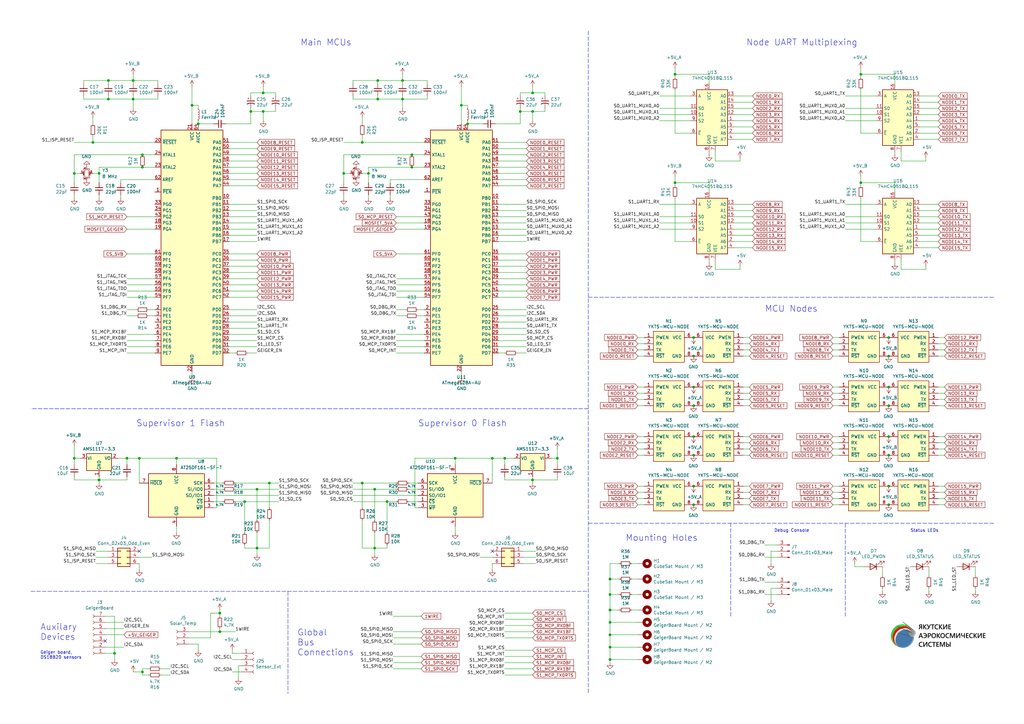
<source format=kicad_sch>
(kicad_sch (version 20211123) (generator eeschema)
  (paper "A3")
  (title_block (title "YktSat Payload Module") (date "2021-11-01") (rev "C1") (company "Sakha Aerospace Systems, LLC") (comment 1 "Approved by:") (comment 2 "Verified by:") (comment 3 "Verified by: Ksenofontov I.V."))
  (junction (at 54.61 40.64))
  (junction (at 107.95 45.72))
  (junction (at 154.94 40.64))
  (junction (at 153.67 224.79))
  (junction (at 364.49 158.75))
  (junction (at 353.06 30.48))
  (junction (at 154.94 33.02))
  (junction (at 165.1 33.02))
  (junction (at 102.87 45.72))
  (junction (at 213.36 45.72))
  (junction (at 250.19 255.27))
  (junction (at 44.45 40.64))
  (junction (at 40.64 196.85))
  (junction (at 284.48 186.69))
  (junction (at 81.28 50.8))
  (junction (at 364.49 179.07))
  (junction (at 46.99 267.97))
  (junction (at 44.45 33.02))
  (junction (at 284.48 199.39))
  (junction (at 364.49 138.43))
  (junction (at 168.91 63.5))
  (junction (at 105.41 224.79))
  (junction (at 250.19 260.35))
  (junction (at 276.86 74.93))
  (junction (at 40.64 71.12))
  (junction (at 353.06 74.93))
  (junction (at 364.49 186.69))
  (junction (at 107.95 38.1))
  (junction (at 78.74 43.18))
  (junction (at 148.59 58.42))
  (junction (at 90.17 251.46))
  (junction (at 250.19 237.49))
  (junction (at 153.67 200.66))
  (junction (at 218.44 196.85))
  (junction (at 186.69 187.96))
  (junction (at 140.97 71.12))
  (junction (at 100.33 205.74))
  (junction (at 52.07 187.96))
  (junction (at 58.42 68.58))
  (junction (at 364.49 207.01))
  (junction (at 158.75 205.74))
  (junction (at 276.86 30.48))
  (junction (at 250.19 250.19))
  (junction (at 30.48 71.12))
  (junction (at 207.01 187.96))
  (junction (at 90.17 259.08))
  (junction (at 284.48 138.43))
  (junction (at 250.19 265.43))
  (junction (at 148.59 198.12))
  (junction (at 191.77 50.8))
  (junction (at 201.93 187.96))
  (junction (at 364.49 166.37))
  (junction (at 57.15 187.96))
  (junction (at 110.49 198.12))
  (junction (at 218.44 38.1))
  (junction (at 284.48 179.07))
  (junction (at 38.1 58.42))
  (junction (at 151.13 71.12))
  (junction (at 284.48 146.05))
  (junction (at 189.23 43.18))
  (junction (at 284.48 207.01))
  (junction (at 250.19 243.84))
  (junction (at 284.48 166.37))
  (junction (at 228.6 187.96))
  (junction (at 218.44 45.72))
  (junction (at 364.49 199.39))
  (junction (at 284.48 158.75))
  (junction (at 168.91 68.58))
  (junction (at 250.19 270.51))
  (junction (at 30.48 187.96))
  (junction (at 364.49 146.05))
  (junction (at 54.61 33.02))
  (junction (at 58.42 63.5))
  (junction (at 105.41 200.66))
  (junction (at 72.39 187.96))
  (junction (at 58.42 275.59))
  (junction (at 165.1 40.64))
  (no_connect (at 43.18 262.89))
  (no_connect (at 57.15 226.06))
  (no_connect (at 201.93 226.06))
  (wire (pts (xy 264.16 204.47) (xy 261.62 204.47)))
  (wire (pts (xy 140.97 71.12) (xy 140.97 63.5)))
  (wire (pts (xy 300.99 96.52) (xy 308.61 96.52)))
  (wire (pts (xy 223.52 45.72) (xy 223.52 44.45)))
  (wire (pts (xy 93.98 91.44) (xy 105.41 91.44)))
  (wire (pts (xy 93.98 60.96) (xy 105.41 60.96)))
  (wire (pts (xy 387.35 138.43) (xy 384.81 138.43)))
  (wire (pts (xy 105.41 83.82) (xy 93.98 83.82)))
  (wire (pts (xy 105.41 144.78) (xy 101.6 144.78)))
  (wire (pts (xy 204.47 99.06) (xy 215.9 99.06)))
  (wire (pts (xy 46.99 267.97) (xy 43.18 267.97)))
  (wire (pts (xy 350.52 232.41) (xy 354.33 232.41)))
  (wire (pts (xy 158.75 223.52) (xy 158.75 224.79)))
  (polyline (pts (xy 346.71 214.63) (xy 346.71 252.73)))
  (wire (pts (xy 107.95 35.56) (xy 107.95 38.1)))
  (wire (pts (xy 38.1 58.42) (xy 63.5 58.42)))
  (wire (pts (xy 140.97 81.28) (xy 140.97 80.01)))
  (wire (pts (xy 201.93 187.96) (xy 186.69 187.96)))
  (wire (pts (xy 344.17 199.39) (xy 341.63 199.39)))
  (wire (pts (xy 93.98 111.76) (xy 105.41 111.76)))
  (wire (pts (xy 105.41 213.36) (xy 105.41 200.66)))
  (wire (pts (xy 303.53 66.04) (xy 303.53 64.77)))
  (wire (pts (xy 254 250.19) (xy 250.19 250.19)))
  (wire (pts (xy 213.36 45.72) (xy 218.44 45.72)))
  (wire (pts (xy 144.78 198.12) (xy 148.59 198.12)))
  (wire (pts (xy 52.07 129.54) (xy 55.88 129.54)))
  (wire (pts (xy 96.52 259.08) (xy 90.17 259.08)))
  (wire (pts (xy 367.03 78.74) (xy 367.03 74.93)))
  (wire (pts (xy 290.83 63.5) (xy 290.83 62.23)))
  (wire (pts (xy 264.16 140.97) (xy 261.62 140.97)))
  (wire (pts (xy 276.86 99.06) (xy 283.21 99.06)))
  (wire (pts (xy 171.45 127) (xy 173.99 127)))
  (wire (pts (xy 40.64 68.58) (xy 58.42 68.58)))
  (wire (pts (xy 140.97 74.93) (xy 140.97 71.12)))
  (wire (pts (xy 52.07 137.16) (xy 63.5 137.16)))
  (wire (pts (xy 78.74 43.18) (xy 78.74 50.8)))
  (wire (pts (xy 261.62 186.69) (xy 264.16 186.69)))
  (wire (pts (xy 307.34 186.69) (xy 304.8 186.69)))
  (wire (pts (xy 30.48 187.96) (xy 33.02 187.96)))
  (polyline (pts (xy 12.7 242.57) (xy 241.3 242.57)))
  (wire (pts (xy 270.51 39.37) (xy 283.21 39.37)))
  (wire (pts (xy 250.19 250.19) (xy 250.19 255.27)))
  (wire (pts (xy 346.71 44.45) (xy 359.41 44.45)))
  (wire (pts (xy 64.77 39.37) (xy 64.77 40.64)))
  (wire (pts (xy 270.51 93.98) (xy 283.21 93.98)))
  (wire (pts (xy 165.1 40.64) (xy 175.26 40.64)))
  (wire (pts (xy 270.51 44.45) (xy 283.21 44.45)))
  (wire (pts (xy 384.81 146.05) (xy 387.35 146.05)))
  (wire (pts (xy 290.83 78.74) (xy 290.83 74.93)))
  (wire (pts (xy 250.19 270.51) (xy 250.19 271.78)))
  (wire (pts (xy 213.36 38.1) (xy 213.36 39.37)))
  (wire (pts (xy 191.77 50.8) (xy 191.77 49.53)))
  (wire (pts (xy 50.8 265.43) (xy 43.18 265.43)))
  (wire (pts (xy 377.19 44.45) (xy 384.81 44.45)))
  (wire (pts (xy 60.96 127) (xy 63.5 127)))
  (wire (pts (xy 261.62 265.43) (xy 250.19 265.43)))
  (wire (pts (xy 250.19 243.84) (xy 250.19 250.19)))
  (wire (pts (xy 93.98 96.52) (xy 105.41 96.52)))
  (wire (pts (xy 228.6 195.58) (xy 228.6 196.85)))
  (wire (pts (xy 110.49 208.28) (xy 110.49 198.12)))
  (wire (pts (xy 261.62 270.51) (xy 250.19 270.51)))
  (wire (pts (xy 384.81 207.01) (xy 387.35 207.01)))
  (wire (pts (xy 204.47 134.62) (xy 215.9 134.62)))
  (wire (pts (xy 264.16 179.07) (xy 261.62 179.07)))
  (wire (pts (xy 105.41 73.66) (xy 93.98 73.66)))
  (wire (pts (xy 346.71 39.37) (xy 359.41 39.37)))
  (wire (pts (xy 377.19 99.06) (xy 384.81 99.06)))
  (wire (pts (xy 54.61 30.48) (xy 54.61 33.02)))
  (wire (pts (xy 379.73 110.49) (xy 379.73 109.22)))
  (wire (pts (xy 95.25 275.59) (xy 99.06 275.59)))
  (wire (pts (xy 353.06 99.06) (xy 359.41 99.06)))
  (wire (pts (xy 387.35 186.69) (xy 384.81 186.69)))
  (wire (pts (xy 57.15 198.12) (xy 57.15 187.96)))
  (wire (pts (xy 276.86 30.48) (xy 276.86 31.75)))
  (wire (pts (xy 46.99 252.73) (xy 46.99 267.97)))
  (wire (pts (xy 100.33 205.74) (xy 114.3 205.74)))
  (wire (pts (xy 186.69 187.96) (xy 186.69 190.5)))
  (wire (pts (xy 153.67 218.44) (xy 153.67 224.79)))
  (wire (pts (xy 204.47 106.68) (xy 215.9 106.68)))
  (wire (pts (xy 93.98 99.06) (xy 105.41 99.06)))
  (wire (pts (xy 293.37 62.23) (xy 293.37 66.04)))
  (wire (pts (xy 293.37 106.68) (xy 293.37 110.49)))
  (wire (pts (xy 215.9 73.66) (xy 204.47 73.66)))
  (wire (pts (xy 81.28 43.18) (xy 78.74 43.18)))
  (wire (pts (xy 304.8 140.97) (xy 307.34 140.97)))
  (wire (pts (xy 341.63 138.43) (xy 344.17 138.43)))
  (wire (pts (xy 99.06 273.05) (xy 97.79 273.05)))
  (wire (pts (xy 30.48 74.93) (xy 30.48 71.12)))
  (wire (pts (xy 102.87 45.72) (xy 102.87 44.45)))
  (wire (pts (xy 161.29 274.32) (xy 172.72 274.32)))
  (wire (pts (xy 300.99 88.9) (xy 308.61 88.9)))
  (wire (pts (xy 52.07 114.3) (xy 63.5 114.3)))
  (wire (pts (xy 153.67 224.79) (xy 148.59 224.79)))
  (wire (pts (xy 308.61 41.91) (xy 300.99 41.91)))
  (wire (pts (xy 218.44 196.85) (xy 218.44 198.12)))
  (wire (pts (xy 162.56 139.7) (xy 173.99 139.7)))
  (wire (pts (xy 381 232.41) (xy 381 236.22)))
  (wire (pts (xy 196.85 228.6) (xy 201.93 228.6)))
  (wire (pts (xy 201.93 233.68) (xy 201.93 231.14)))
  (polyline (pts (xy 241.3 167.64) (xy 12.7 167.64)))
  (wire (pts (xy 162.56 127) (xy 166.37 127)))
  (wire (pts (xy 88.9 208.28) (xy 87.63 208.28)))
  (wire (pts (xy 107.95 45.72) (xy 113.03 45.72)))
  (wire (pts (xy 162.56 137.16) (xy 173.99 137.16)))
  (wire (pts (xy 307.34 181.61) (xy 304.8 181.61)))
  (wire (pts (xy 105.41 63.5) (xy 93.98 63.5)))
  (wire (pts (xy 254 237.49) (xy 250.19 237.49)))
  (wire (pts (xy 228.6 187.96) (xy 226.06 187.96)))
  (wire (pts (xy 144.78 39.37) (xy 144.78 40.64)))
  (wire (pts (xy 34.29 39.37) (xy 34.29 40.64)))
  (wire (pts (xy 204.47 96.52) (xy 215.9 96.52)))
  (wire (pts (xy 384.81 41.91) (xy 377.19 41.91)))
  (wire (pts (xy 167.64 200.66) (xy 171.45 200.66)))
  (wire (pts (xy 170.18 187.96) (xy 170.18 208.28)))
  (wire (pts (xy 58.42 276.86) (xy 60.96 276.86)))
  (wire (pts (xy 387.35 143.51) (xy 384.81 143.51)))
  (wire (pts (xy 250.19 260.35) (xy 250.19 265.43)))
  (wire (pts (xy 162.56 88.9) (xy 173.99 88.9)))
  (wire (pts (xy 307.34 143.51) (xy 304.8 143.51)))
  (wire (pts (xy 102.87 38.1) (xy 107.95 38.1)))
  (wire (pts (xy 204.47 121.92) (xy 215.9 121.92)))
  (wire (pts (xy 189.23 43.18) (xy 189.23 50.8)))
  (wire (pts (xy 30.48 58.42) (xy 38.1 58.42)))
  (wire (pts (xy 162.56 200.66) (xy 153.67 200.66)))
  (wire (pts (xy 93.98 71.12) (xy 105.41 71.12)))
  (polyline (pts (xy 299.72 252.73) (xy 299.72 214.63)))
  (wire (pts (xy 148.59 48.26) (xy 148.59 50.8)))
  (wire (pts (xy 290.83 74.93) (xy 276.86 74.93)))
  (wire (pts (xy 387.35 179.07) (xy 384.81 179.07)))
  (wire (pts (xy 259.08 250.19) (xy 261.62 250.19)))
  (wire (pts (xy 170.18 208.28) (xy 171.45 208.28)))
  (wire (pts (xy 384.81 91.44) (xy 377.19 91.44)))
  (wire (pts (xy 308.61 99.06) (xy 300.99 99.06)))
  (wire (pts (xy 162.56 121.92) (xy 173.99 121.92)))
  (wire (pts (xy 384.81 184.15) (xy 387.35 184.15)))
  (wire (pts (xy 381 241.3) (xy 381 242.57)))
  (wire (pts (xy 204.47 127) (xy 215.9 127)))
  (wire (pts (xy 105.41 224.79) (xy 110.49 224.79)))
  (wire (pts (xy 215.9 68.58) (xy 204.47 68.58)))
  (wire (pts (xy 303.53 110.49) (xy 303.53 109.22)))
  (wire (pts (xy 30.48 81.28) (xy 30.48 80.01)))
  (wire (pts (xy 219.71 231.14) (xy 214.63 231.14)))
  (wire (pts (xy 52.07 104.14) (xy 63.5 104.14)))
  (wire (pts (xy 387.35 181.61) (xy 384.81 181.61)))
  (wire (pts (xy 191.77 43.18) (xy 189.23 43.18)))
  (wire (pts (xy 52.07 121.92) (xy 63.5 121.92)))
  (wire (pts (xy 49.53 73.66) (xy 49.53 74.93)))
  (wire (pts (xy 213.36 45.72) (xy 213.36 44.45)))
  (wire (pts (xy 207.01 259.08) (xy 218.44 259.08)))
  (wire (pts (xy 144.78 203.2) (xy 171.45 203.2)))
  (wire (pts (xy 218.44 35.56) (xy 218.44 38.1)))
  (wire (pts (xy 300.99 86.36) (xy 308.61 86.36)))
  (wire (pts (xy 151.13 71.12) (xy 148.59 71.12)))
  (wire (pts (xy 148.59 224.79) (xy 148.59 213.36)))
  (wire (pts (xy 387.35 158.75) (xy 384.81 158.75)))
  (wire (pts (xy 204.47 93.98) (xy 215.9 93.98)))
  (wire (pts (xy 107.95 38.1) (xy 113.03 38.1)))
  (wire (pts (xy 161.29 269.24) (xy 172.72 269.24)))
  (wire (pts (xy 207.01 254) (xy 218.44 254)))
  (wire (pts (xy 384.81 163.83) (xy 387.35 163.83)))
  (wire (pts (xy 276.86 54.61) (xy 283.21 54.61)))
  (wire (pts (xy 95.25 267.97) (xy 99.06 267.97)))
  (wire (pts (xy 377.19 54.61) (xy 384.81 54.61)))
  (wire (pts (xy 377.19 88.9) (xy 384.81 88.9)))
  (wire (pts (xy 353.06 27.94) (xy 353.06 30.48)))
  (wire (pts (xy 161.29 264.16) (xy 172.72 264.16)))
  (wire (pts (xy 261.62 255.27) (xy 250.19 255.27)))
  (wire (pts (xy 204.47 137.16) (xy 215.9 137.16)))
  (wire (pts (xy 58.42 275.59) (xy 58.42 274.32)))
  (wire (pts (xy 144.78 33.02) (xy 144.78 34.29)))
  (wire (pts (xy 58.42 274.32) (xy 60.96 274.32)))
  (wire (pts (xy 218.44 195.58) (xy 218.44 196.85)))
  (wire (pts (xy 168.91 63.5) (xy 173.99 63.5)))
  (wire (pts (xy 218.44 45.72) (xy 223.52 45.72)))
  (wire (pts (xy 86.36 261.62) (xy 77.47 261.62)))
  (wire (pts (xy 384.81 201.93) (xy 387.35 201.93)))
  (wire (pts (xy 341.63 207.01) (xy 344.17 207.01)))
  (wire (pts (xy 215.9 114.3) (xy 204.47 114.3)))
  (wire (pts (xy 154.94 33.02) (xy 144.78 33.02)))
  (wire (pts (xy 78.74 154.94) (xy 78.74 152.4)))
  (wire (pts (xy 40.64 195.58) (xy 40.64 196.85)))
  (wire (pts (xy 162.56 144.78) (xy 173.99 144.78)))
  (wire (pts (xy 113.03 38.1) (xy 113.03 39.37)))
  (wire (pts (xy 313.69 228.6) (xy 318.77 228.6)))
  (wire (pts (xy 361.95 242.57) (xy 361.95 241.3)))
  (wire (pts (xy 105.41 88.9) (xy 93.98 88.9)))
  (wire (pts (xy 308.61 93.98) (xy 300.99 93.98)))
  (wire (pts (xy 307.34 204.47) (xy 304.8 204.47)))
  (wire (pts (xy 44.45 34.29) (xy 44.45 33.02)))
  (wire (pts (xy 58.42 68.58) (xy 63.5 68.58)))
  (wire (pts (xy 77.47 264.16) (xy 81.28 264.16)))
  (wire (pts (xy 228.6 196.85) (xy 218.44 196.85)))
  (wire (pts (xy 307.34 161.29) (xy 304.8 161.29)))
  (wire (pts (xy 40.64 71.12) (xy 38.1 71.12)))
  (wire (pts (xy 52.07 142.24) (xy 63.5 142.24)))
  (wire (pts (xy 49.53 81.28) (xy 49.53 80.01)))
  (wire (pts (xy 90.17 257.81) (xy 90.17 259.08)))
  (wire (pts (xy 204.47 60.96) (xy 215.9 60.96)))
  (wire (pts (xy 207.01 196.85) (xy 207.01 195.58)))
  (wire (pts (xy 39.37 228.6) (xy 44.45 228.6)))
  (wire (pts (xy 219.71 226.06) (xy 214.63 226.06)))
  (wire (pts (xy 346.71 83.82) (xy 359.41 83.82)))
  (wire (pts (xy 367.03 107.95) (xy 367.03 106.68)))
  (wire (pts (xy 307.34 199.39) (xy 304.8 199.39)))
  (wire (pts (xy 204.47 142.24) (xy 215.9 142.24)))
  (wire (pts (xy 259.08 237.49) (xy 261.62 237.49)))
  (wire (pts (xy 93.98 137.16) (xy 105.41 137.16)))
  (wire (pts (xy 316.23 241.3) (xy 316.23 246.38)))
  (wire (pts (xy 162.56 114.3) (xy 173.99 114.3)))
  (wire (pts (xy 95.25 266.7) (xy 95.25 267.97)))
  (wire (pts (xy 105.41 218.44) (xy 105.41 224.79)))
  (wire (pts (xy 318.77 226.06) (xy 316.23 226.06)))
  (wire (pts (xy 204.47 71.12) (xy 215.9 71.12)))
  (wire (pts (xy 160.02 81.28) (xy 160.02 80.01)))
  (wire (pts (xy 207.01 190.5) (xy 207.01 187.96)))
  (wire (pts (xy 46.99 270.51) (xy 46.99 267.97)))
  (polyline (pts (xy 118.11 242.57) (xy 118.11 284.48)))
  (wire (pts (xy 204.47 91.44) (xy 215.9 91.44)))
  (wire (pts (xy 93.98 132.08) (xy 105.41 132.08)))
  (wire (pts (xy 204.47 139.7) (xy 215.9 139.7)))
  (wire (pts (xy 387.35 161.29) (xy 384.81 161.29)))
  (wire (pts (xy 204.47 132.08) (xy 215.9 132.08)))
  (wire (pts (xy 367.03 74.93) (xy 353.06 74.93)))
  (wire (pts (xy 377.19 49.53) (xy 384.81 49.53)))
  (polyline (pts (xy 241.3 121.92) (xy 407.67 121.92)))
  (wire (pts (xy 105.41 58.42) (xy 93.98 58.42)))
  (wire (pts (xy 387.35 199.39) (xy 384.81 199.39)))
  (wire (pts (xy 102.87 45.72) (xy 107.95 45.72)))
  (wire (pts (xy 91.44 205.74) (xy 87.63 205.74)))
  (wire (pts (xy 81.28 44.45) (xy 81.28 43.18)))
  (wire (pts (xy 350.52 232.41) (xy 350.52 231.14)))
  (wire (pts (xy 261.62 161.29) (xy 264.16 161.29)))
  (wire (pts (xy 81.28 50.8) (xy 81.28 49.53)))
  (wire (pts (xy 384.81 86.36) (xy 377.19 86.36)))
  (wire (pts (xy 96.52 205.74) (xy 100.33 205.74)))
  (wire (pts (xy 300.99 54.61) (xy 308.61 54.61)))
  (wire (pts (xy 154.94 34.29) (xy 154.94 33.02)))
  (wire (pts (xy 353.06 74.93) (xy 353.06 76.2)))
  (wire (pts (xy 30.48 195.58) (xy 30.48 196.85)))
  (wire (pts (xy 43.18 257.81) (xy 50.8 257.81)))
  (wire (pts (xy 167.64 198.12) (xy 171.45 198.12)))
  (wire (pts (xy 387.35 166.37) (xy 384.81 166.37)))
  (wire (pts (xy 369.57 110.49) (xy 379.73 110.49)))
  (wire (pts (xy 344.17 163.83) (xy 341.63 163.83)))
  (wire (pts (xy 30.48 190.5) (xy 30.48 187.96)))
  (wire (pts (xy 44.45 40.64) (xy 54.61 40.64)))
  (wire (pts (xy 344.17 184.15) (xy 341.63 184.15)))
  (wire (pts (xy 207.01 251.46) (xy 218.44 251.46)))
  (wire (pts (xy 201.93 198.12) (xy 201.93 187.96)))
  (wire (pts (xy 40.64 81.28) (xy 40.64 80.01)))
  (wire (pts (xy 58.42 275.59) (xy 58.42 276.86)))
  (wire (pts (xy 318.77 223.52) (xy 313.69 223.52)))
  (wire (pts (xy 54.61 33.02) (xy 44.45 33.02)))
  (wire (pts (xy 30.48 196.85) (xy 40.64 196.85)))
  (wire (pts (xy 162.56 142.24) (xy 173.99 142.24)))
  (wire (pts (xy 40.64 71.12) (xy 40.64 68.58)))
  (wire (pts (xy 384.81 57.15) (xy 377.19 57.15)))
  (wire (pts (xy 57.15 187.96) (xy 72.39 187.96)))
  (wire (pts (xy 341.63 166.37) (xy 344.17 166.37)))
  (wire (pts (xy 153.67 224.79) (xy 153.67 227.33)))
  (wire (pts (xy 114.3 203.2) (xy 87.63 203.2)))
  (wire (pts (xy 264.16 199.39) (xy 261.62 199.39)))
  (wire (pts (xy 207.01 144.78) (xy 204.47 144.78)))
  (wire (pts (xy 191.77 44.45) (xy 191.77 43.18)))
  (wire (pts (xy 162.56 116.84) (xy 173.99 116.84)))
  (wire (pts (xy 46.99 252.73) (xy 43.18 252.73)))
  (wire (pts (xy 77.47 259.08) (xy 90.17 259.08)))
  (wire (pts (xy 367.03 30.48) (xy 353.06 30.48)))
  (wire (pts (xy 93.98 129.54) (xy 105.41 129.54)))
  (wire (pts (xy 52.07 88.9) (xy 63.5 88.9)))
  (wire (pts (xy 52.07 187.96) (xy 57.15 187.96)))
  (wire (pts (xy 264.16 184.15) (xy 261.62 184.15)))
  (wire (pts (xy 276.86 27.94) (xy 276.86 30.48)))
  (wire (pts (xy 100.33 218.44) (xy 100.33 205.74)))
  (wire (pts (xy 254 243.84) (xy 250.19 243.84)))
  (wire (pts (xy 341.63 201.93) (xy 344.17 201.93)))
  (wire (pts (xy 72.39 218.44) (xy 72.39 215.9)))
  (wire (pts (xy 48.26 187.96) (xy 52.07 187.96)))
  (wire (pts (xy 60.96 129.54) (xy 63.5 129.54)))
  (wire (pts (xy 198.12 50.8) (xy 191.77 50.8)))
  (wire (pts (xy 346.71 46.99) (xy 359.41 46.99)))
  (wire (pts (xy 105.41 119.38) (xy 93.98 119.38)))
  (wire (pts (xy 290.83 30.48) (xy 276.86 30.48)))
  (wire (pts (xy 344.17 179.07) (xy 341.63 179.07)))
  (wire (pts (xy 107.95 45.72) (xy 107.95 49.53)))
  (wire (pts (xy 318.77 238.76) (xy 313.69 238.76)))
  (wire (pts (xy 207.01 274.32) (xy 218.44 274.32)))
  (wire (pts (xy 158.75 218.44) (xy 158.75 205.74)))
  (wire (pts (xy 369.57 62.23) (xy 369.57 66.04)))
  (wire (pts (xy 308.61 52.07) (xy 300.99 52.07)))
  (wire (pts (xy 100.33 223.52) (xy 100.33 224.79)))
  (polyline (pts (xy 241.3 214.63) (xy 407.67 214.63)))
  (wire (pts (xy 72.39 187.96) (xy 72.39 190.5)))
  (wire (pts (xy 367.03 34.29) (xy 367.03 30.48)))
  (wire (pts (xy 154.94 40.64) (xy 165.1 40.64)))
  (wire (pts (xy 105.41 114.3) (xy 93.98 114.3)))
  (wire (pts (xy 30.48 71.12) (xy 30.48 63.5)))
  (wire (pts (xy 276.86 36.83) (xy 276.86 54.61)))
  (wire (pts (xy 308.61 46.99) (xy 300.99 46.99)))
  (wire (pts (xy 361.95 232.41) (xy 361.95 236.22)))
  (wire (pts (xy 207.01 269.24) (xy 218.44 269.24)))
  (wire (pts (xy 344.17 204.47) (xy 341.63 204.47)))
  (wire (pts (xy 161.29 252.73) (xy 172.72 252.73)))
  (wire (pts (xy 95.25 270.51) (xy 99.06 270.51)))
  (wire (pts (xy 353.06 72.39) (xy 353.06 74.93)))
  (wire (pts (xy 162.56 205.74) (xy 158.75 205.74)))
  (wire (pts (xy 160.02 73.66) (xy 173.99 73.66)))
  (wire (pts (xy 344.17 140.97) (xy 341.63 140.97)))
  (wire (pts (xy 30.48 71.12) (xy 33.02 71.12)))
  (wire (pts (xy 400.05 232.41) (xy 400.05 236.22)))
  (wire (pts (xy 92.71 50.8) (xy 102.87 50.8)))
  (wire (pts (xy 54.61 44.45) (xy 54.61 40.64)))
  (wire (pts (xy 228.6 190.5) (xy 228.6 187.96)))
  (wire (pts (xy 215.9 104.14) (xy 204.47 104.14)))
  (wire (pts (xy 172.72 271.78) (xy 161.29 271.78)))
  (wire (pts (xy 250.19 255.27) (xy 250.19 260.35)))
  (wire (pts (xy 96.52 144.78) (xy 93.98 144.78)))
  (wire (pts (xy 276.86 81.28) (xy 276.86 99.06)))
  (wire (pts (xy 210.82 187.96) (xy 207.01 187.96)))
  (wire (pts (xy 270.51 49.53) (xy 283.21 49.53)))
  (wire (pts (xy 213.36 38.1) (xy 218.44 38.1)))
  (wire (pts (xy 215.9 58.42) (xy 204.47 58.42)))
  (wire (pts (xy 346.71 93.98) (xy 359.41 93.98)))
  (wire (pts (xy 261.62 166.37) (xy 264.16 166.37)))
  (wire (pts (xy 165.1 33.02) (xy 154.94 33.02)))
  (wire (pts (xy 86.36 251.46) (xy 86.36 261.62)))
  (wire (pts (xy 168.91 68.58) (xy 173.99 68.58)))
  (wire (pts (xy 57.15 233.68) (xy 57.15 231.14)))
  (wire (pts (xy 270.51 88.9) (xy 283.21 88.9)))
  (wire (pts (xy 52.07 116.84) (xy 63.5 116.84)))
  (wire (pts (xy 158.75 205.74) (xy 144.78 205.74)))
  (wire (pts (xy 387.35 204.47) (xy 384.81 204.47)))
  (wire (pts (xy 215.9 144.78) (xy 212.09 144.78)))
  (wire (pts (xy 105.41 104.14) (xy 93.98 104.14)))
  (wire (pts (xy 151.13 68.58) (xy 168.91 68.58)))
  (wire (pts (xy 93.98 121.92) (xy 105.41 121.92)))
  (wire (pts (xy 93.98 66.04) (xy 105.41 66.04)))
  (wire (pts (xy 162.56 93.98) (xy 173.99 93.98)))
  (wire (pts (xy 165.1 34.29) (xy 165.1 33.02)))
  (wire (pts (xy 154.94 39.37) (xy 154.94 40.64)))
  (wire (pts (xy 158.75 224.79) (xy 153.67 224.79)))
  (wire (pts (xy 105.41 224.79) (xy 105.41 227.33)))
  (wire (pts (xy 165.1 44.45) (xy 165.1 40.64)))
  (wire (pts (xy 40.64 196.85) (xy 52.07 196.85)))
  (wire (pts (xy 64.77 33.02) (xy 54.61 33.02)))
  (wire (pts (xy 204.47 111.76) (xy 215.9 111.76)))
  (wire (pts (xy 186.69 218.44) (xy 186.69 215.9)))
  (wire (pts (xy 189.23 154.94) (xy 189.23 152.4)))
  (wire (pts (xy 250.19 231.14) (xy 250.19 237.49)))
  (wire (pts (xy 204.47 76.2) (xy 215.9 76.2)))
  (wire (pts (xy 261.62 260.35) (xy 250.19 260.35)))
  (wire (pts (xy 254 231.14) (xy 250.19 231.14)))
  (wire (pts (xy 261.62 243.84) (xy 259.08 243.84)))
  (wire (pts (xy 207.01 256.54) (xy 218.44 256.54)))
  (wire (pts (xy 148.59 55.88) (xy 148.59 58.42)))
  (wire (pts (xy 54.61 275.59) (xy 58.42 275.59)))
  (wire (pts (xy 93.98 76.2) (xy 105.41 76.2)))
  (wire (pts (xy 261.62 181.61) (xy 264.16 181.61)))
  (wire (pts (xy 72.39 187.96) (xy 88.9 187.96)))
  (polyline (pts (xy 241.3 12.7) (xy 241.3 284.48)))
  (wire (pts (xy 175.26 33.02) (xy 165.1 33.02)))
  (wire (pts (xy 400.05 241.3) (xy 400.05 242.57)))
  (wire (pts (xy 204.47 129.54) (xy 215.9 129.54)))
  (wire (pts (xy 54.61 34.29) (xy 54.61 33.02)))
  (wire (pts (xy 144.78 40.64) (xy 154.94 40.64)))
  (wire (pts (xy 261.62 143.51) (xy 264.16 143.51)))
  (wire (pts (xy 384.81 46.99) (xy 377.19 46.99)))
  (wire (pts (xy 293.37 66.04) (xy 303.53 66.04)))
  (wire (pts (xy 160.02 73.66) (xy 160.02 74.93)))
  (wire (pts (xy 66.04 276.86) (xy 69.85 276.86)))
  (wire (pts (xy 223.52 38.1) (xy 223.52 39.37)))
  (wire (pts (xy 162.56 198.12) (xy 148.59 198.12)))
  (wire (pts (xy 261.62 231.14) (xy 259.08 231.14)))
  (wire (pts (xy 353.06 81.28) (xy 353.06 99.06)))
  (wire (pts (xy 207.01 271.78) (xy 218.44 271.78)))
  (wire (pts (xy 153.67 213.36) (xy 153.67 200.66)))
  (wire (pts (xy 114.3 200.66) (xy 105.41 200.66)))
  (wire (pts (xy 353.06 54.61) (xy 359.41 54.61)))
  (wire (pts (xy 300.99 39.37) (xy 308.61 39.37)))
  (wire (pts (xy 91.44 200.66) (xy 87.63 200.66)))
  (wire (pts (xy 290.83 107.95) (xy 290.83 106.68)))
  (wire (pts (xy 50.8 260.35) (xy 43.18 260.35)))
  (wire (pts (xy 377.19 93.98) (xy 384.81 93.98)))
  (wire (pts (xy 228.6 184.15) (xy 228.6 187.96)))
  (wire (pts (xy 250.19 265.43) (xy 250.19 270.51)))
  (wire (pts (xy 93.98 106.68) (xy 105.41 106.68)))
  (wire (pts (xy 34.29 40.64) (xy 44.45 40.64)))
  (wire (pts (xy 39.37 231.14) (xy 44.45 231.14)))
  (wire (pts (xy 93.98 116.84) (xy 105.41 116.84)))
  (wire (pts (xy 171.45 129.54) (xy 173.99 129.54)))
  (wire (pts (xy 304.8 201.93) (xy 307.34 201.93)))
  (wire (pts (xy 300.99 91.44) (xy 308.61 91.44)))
  (wire (pts (xy 261.62 138.43) (xy 264.16 138.43)))
  (wire (pts (xy 270.51 91.44) (xy 283.21 91.44)))
  (wire (pts (xy 367.03 63.5) (xy 367.03 62.23)))
  (wire (pts (xy 105.41 68.58) (xy 93.98 68.58)))
  (wire (pts (xy 54.61 39.37) (xy 54.61 40.64)))
  (wire (pts (xy 290.83 34.29) (xy 290.83 30.48)))
  (wire (pts (xy 30.48 63.5) (xy 58.42 63.5)))
  (wire (pts (xy 52.07 190.5) (xy 52.07 187.96)))
  (wire (pts (xy 148.59 208.28) (xy 148.59 198.12)))
  (wire (pts (xy 165.1 39.37) (xy 165.1 40.64)))
  (wire (pts (xy 264.16 163.83) (xy 261.62 163.83)))
  (wire (pts (xy 346.71 49.53) (xy 359.41 49.53)))
  (wire (pts (xy 52.07 196.85) (xy 52.07 195.58)))
  (wire (pts (xy 34.29 33.02) (xy 34.29 34.29)))
  (wire (pts (xy 114.3 198.12) (xy 110.49 198.12)))
  (wire (pts (xy 307.34 179.07) (xy 304.8 179.07)))
  (wire (pts (xy 105.41 109.22) (xy 93.98 109.22)))
  (wire (pts (xy 102.87 50.8) (xy 102.87 45.72)))
  (wire (pts (xy 353.06 30.48) (xy 353.06 31.75)))
  (wire (pts (xy 276.86 74.93) (xy 276.86 76.2)))
  (wire (pts (xy 186.69 187.96) (xy 170.18 187.96)))
  (wire (pts (xy 90.17 251.46) (xy 86.36 251.46)))
  (wire (pts (xy 81.28 264.16) (xy 81.28 266.7)))
  (wire (pts (xy 218.44 38.1) (xy 223.52 38.1)))
  (wire (pts (xy 300.99 44.45) (xy 308.61 44.45)))
  (wire (pts (xy 207.01 266.7) (xy 218.44 266.7)))
  (wire (pts (xy 341.63 161.29) (xy 344.17 161.29)))
  (wire (pts (xy 151.13 71.12) (xy 151.13 68.58)))
  (wire (pts (xy 96.52 200.66) (xy 105.41 200.66)))
  (wire (pts (xy 384.81 101.6) (xy 377.19 101.6)))
  (wire (pts (xy 204.47 86.36) (xy 215.9 86.36)))
  (wire (pts (xy 93.98 139.7) (xy 105.41 139.7)))
  (wire (pts (xy 341.63 143.51) (xy 344.17 143.51)))
  (wire (pts (xy 341.63 186.69) (xy 344.17 186.69)))
  (wire (pts (xy 93.98 134.62) (xy 105.41 134.62)))
  (wire (pts (xy 353.06 36.83) (xy 353.06 54.61)))
  (wire (pts (xy 215.9 119.38) (xy 204.47 119.38)))
  (wire (pts (xy 44.45 39.37) (xy 44.45 40.64)))
  (wire (pts (xy 203.2 50.8) (xy 213.36 50.8)))
  (wire (pts (xy 307.34 158.75) (xy 304.8 158.75)))
  (wire (pts (xy 307.34 138.43) (xy 304.8 138.43)))
  (wire (pts (xy 167.64 205.74) (xy 171.45 205.74)))
  (wire (pts (xy 304.8 207.01) (xy 307.34 207.01)))
  (wire (pts (xy 30.48 182.88) (xy 30.48 187.96)))
  (wire (pts (xy 316.23 226.06) (xy 316.23 231.14)))
  (wire (pts (xy 270.51 83.82) (xy 283.21 83.82)))
  (wire (pts (xy 140.97 63.5) (xy 168.91 63.5)))
  (wire (pts (xy 264.16 146.05) (xy 261.62 146.05)))
  (wire (pts (xy 40.64 74.93) (xy 40.64 71.12)))
  (wire (pts (xy 54.61 40.64) (xy 64.77 40.64)))
  (wire (pts (xy 346.71 88.9) (xy 359.41 88.9)))
  (wire (pts (xy 207.01 261.62) (xy 218.44 261.62)))
  (wire (pts (xy 341.63 181.61) (xy 344.17 181.61)))
  (wire (pts (xy 207.01 187.96) (xy 201.93 187.96)))
  (wire (pts (xy 270.51 46.99) (xy 283.21 46.99)))
  (wire (pts (xy 175.26 34.29) (xy 175.26 33.02)))
  (wire (pts (xy 215.9 109.22) (xy 204.47 109.22)))
  (wire (pts (xy 165.1 30.48) (xy 165.1 33.02)))
  (wire (pts (xy 66.04 274.32) (xy 69.85 274.32)))
  (wire (pts (xy 344.17 146.05) (xy 341.63 146.05)))
  (wire (pts (xy 293.37 110.49) (xy 303.53 110.49)))
  (wire (pts (xy 87.63 50.8) (xy 81.28 50.8)))
  (wire (pts (xy 215.9 63.5) (xy 204.47 63.5)))
  (wire (pts (xy 308.61 57.15) (xy 300.99 57.15)))
  (wire (pts (xy 39.37 226.06) (xy 44.45 226.06)))
  (wire (pts (xy 62.23 228.6) (xy 57.15 228.6)))
  (wire (pts (xy 144.78 200.66) (xy 153.67 200.66)))
  (wire (pts (xy 93.98 127) (xy 105.41 127)))
  (wire (pts (xy 369.57 106.68) (xy 369.57 110.49)))
  (wire (pts (xy 140.97 71.12) (xy 143.51 71.12)))
  (wire (pts (xy 304.8 163.83) (xy 307.34 163.83)))
  (wire (pts (xy 140.97 58.42) (xy 148.59 58.42)))
  (wire (pts (xy 52.07 119.38) (xy 63.5 119.38)))
  (wire (pts (xy 162.56 129.54) (xy 166.37 129.54)))
  (wire (pts (xy 148.59 58.42) (xy 173.99 58.42)))
  (wire (pts (xy 213.36 50.8) (xy 213.36 45.72)))
  (wire (pts (xy 207.01 276.86) (xy 218.44 276.86)))
  (wire (pts (xy 215.9 88.9) (xy 204.47 88.9)))
  (wire (pts (xy 38.1 48.26) (xy 38.1 50.8)))
  (wire (pts (xy 219.71 228.6) (xy 214.63 228.6)))
  (wire (pts (xy 162.56 104.14) (xy 173.99 104.14)))
  (wire (pts (xy 304.8 184.15) (xy 307.34 184.15)))
  (wire (pts (xy 90.17 251.46) (xy 90.17 252.73)))
  (wire (pts (xy 318.77 241.3) (xy 316.23 241.3)))
  (wire (pts (xy 218.44 45.72) (xy 218.44 49.53)))
  (wire (pts (xy 52.07 139.7) (xy 63.5 139.7)))
  (wire (pts (xy 172.72 261.62) (xy 161.29 261.62)))
  (wire (pts (xy 344.17 158.75) (xy 341.63 158.75)))
  (wire (pts (xy 151.13 81.28) (xy 151.13 80.01)))
  (wire (pts (xy 64.77 34.29) (xy 64.77 33.02)))
  (wire (pts (xy 377.19 39.37) (xy 384.81 39.37)))
  (wire (pts (xy 93.98 86.36) (xy 105.41 86.36)))
  (wire (pts (xy 151.13 74.93) (xy 151.13 71.12)))
  (wire (pts (xy 204.47 66.04) (xy 215.9 66.04)))
  (wire (pts (xy 162.56 119.38) (xy 173.99 119.38)))
  (wire (pts (xy 100.33 224.79) (xy 105.41 224.79)))
  (wire (pts (xy 300.99 101.6) (xy 308.61 101.6)))
  (wire (pts (xy 384.81 140.97) (xy 387.35 140.97)))
  (wire (pts (xy 91.44 198.12) (xy 87.63 198.12)))
  (wire (pts (xy 161.29 259.08) (xy 172.72 259.08)))
  (wire (pts (xy 379.73 66.04) (xy 379.73 64.77)))
  (wire (pts (xy 189.23 35.56) (xy 189.23 43.18)))
  (wire (pts (xy 384.81 52.07) (xy 377.19 52.07)))
  (wire (pts (xy 93.98 142.24) (xy 105.41 142.24)))
  (wire (pts (xy 276.86 72.39) (xy 276.86 74.93)))
  (wire (pts (xy 261.62 201.93) (xy 264.16 201.93)))
  (wire (pts (xy 308.61 83.82) (xy 300.99 83.82)))
  (wire (pts (xy 52.07 127) (xy 55.88 127)))
  (wire (pts (xy 96.52 198.12) (xy 110.49 198.12)))
  (wire (pts (xy 215.9 83.82) (xy 204.47 83.82)))
  (wire (pts (xy 38.1 55.88) (xy 38.1 58.42)))
  (wire (pts (xy 52.07 93.98) (xy 63.5 93.98)))
  (wire (pts (xy 40.64 196.85) (xy 40.64 198.12)))
  (wire (pts (xy 377.19 83.82) (xy 384.81 83.82)))
  (wire (pts (xy 44.45 33.02) (xy 34.29 33.02)))
  (wire (pts (xy 102.87 38.1) (xy 102.87 39.37)))
  (wire (pts (xy 43.18 255.27) (xy 50.8 255.27)))
  (wire (pts (xy 384.81 96.52) (xy 377.19 96.52)))
  (wire (pts (xy 250.19 237.49) (xy 250.19 243.84)))
  (wire (pts (xy 307.34 166.37) (xy 304.8 166.37)))
  (wire (pts (xy 304.8 146.05) (xy 307.34 146.05)))
  (wire (pts (xy 300.99 49.53) (xy 308.61 49.53)))
  (wire (pts (xy 58.42 63.5) (xy 63.5 63.5)))
  (wire (pts (xy 49.53 73.66) (xy 63.5 73.66)))
  (wire (pts (xy 261.62 207.01) (xy 264.16 207.01)))
  (wire (pts (xy 113.03 45.72) (xy 113.03 44.45)))
  (wire (pts (xy 162.56 91.44) (xy 173.99 91.44)))
  (wire (pts (xy 369.57 66.04) (xy 379.73 66.04)))
  (wire (pts (xy 97.79 273.05) (xy 97.79 278.13)))
  (wire (pts (xy 93.98 93.98) (xy 105.41 93.98)))
  (wire (pts (xy 346.71 91.44) (xy 359.41 91.44)))
  (wire (pts (xy 88.9 187.96) (xy 88.9 208.28)))
  (wire (pts (xy 218.44 196.85) (xy 207.01 196.85)))
  (wire (pts (xy 90.17 250.19) (xy 90.17 251.46)))
  (wire (pts (xy 110.49 224.79) (xy 110.49 213.36)))
  (wire (pts (xy 52.07 144.78) (xy 63.5 144.78)))
  (wire (pts (xy 313.69 243.84) (xy 318.77 243.84)))
  (wire (pts (xy 204.47 116.84) (xy 215.9 116.84)))
  (wire (pts (xy 175.26 39.37) (xy 175.26 40.64)))
  (wire (pts (xy 78.74 35.56) (xy 78.74 43.18)))
  (wire (pts (xy 264.16 158.75) (xy 261.62 158.75)))
  (image (at 384.81 260.35))
  (text "Status LEDs" (at 373.38 218.44 0) (effects (font (size 1.27 1.27)) (justify left bottom)))
  (text "MCU Nodes" (at 313.69 128.27 0) (effects (font (size 2.54 2.54)) (justify left bottom)))
  (text "Node UART Multiplexing" (at 306.07 19.05 0) (effects (font (size 2.54 2.54)) (justify left bottom)))
  (text "Supervisor 0 Flash" (at 171.45 175.26 0) (effects (font (size 2.54 2.54)) (justify left bottom)))
  (text "Auxilary\nDevices" (at 16.51 262.89 0) (effects (font (size 2.54 2.54)) (justify left bottom)))
  (text "Global\nBus \nConnections" (at 121.92 269.24 0) (effects (font (size 2.54 2.54)) (justify left bottom)))
  (text "Geiger board,\nDS18B20 sensors" (at 16.51 270.51 0) (effects (font (size 1.27 1.27)) (justify left bottom)))
  (text "Mounting Holes" (at 256.54 222.25 0) (effects (font (size 2.54 2.54)) (justify left bottom)))
  (text "Main MCUs" (at 123.19 19.05 0) (effects (font (size 2.54 2.54)) (justify left bottom)))
  (text "Supervisor 1 Flash" (at 55.88 175.26 0) (effects (font (size 2.54 2.54)) (justify left bottom)))
  (text "Notes:\n1. Grounded through 1M resistor\nas required in SXC3-ICD\n2. Must be PC/104 compatible,\ncheck footprint" (at 295.91 330.2 0) (effects (font (size 1.27 1.27)) (justify left bottom)))
  (text "Debug Console" (at 317.5 218.44 0) (effects (font (size 1.27 1.27)) (justify left bottom)))
  (label "S1_SPI0_MISO" (at 105.41 88.9 0))
  (label "S0_LED_ST" (at 373.38 232.41 270))
  (label "S0_DBG_RX" (at 162.56 127 180))
  (label "S0_JTAG_TMS" (at 162.56 116.84 180))
  (label "S1_UART1_RX" (at 270.51 83.82 180))
  (label "S1_MCP_CS" (at 105.41 139.7 0))
  (label "S0_SPI0_SCK" (at 161.29 264.16 180))
  (label "S1_UART1_MUX1_A1" (at 105.41 93.98 0))
  (label "S0_UART1_MUX0_A2" (at 270.51 49.53 180))
  (label "S0_UART1_MUX0_A0" (at 215.9 91.44 0))
  (label "S1_UART1_MUX1_A0" (at 105.41 91.44 0))
  (label "S0_SPI0_MOSI" (at 144.78 200.66 180))
  (label "S0_MCP_RX1BF" (at 207.01 259.08 180))
  (label "S0_UART1_MUX0_A1" (at 270.51 46.99 180))
  (label "S1_MCP_RX1BF" (at 52.07 137.16 180))
  (label "S1_UART1_MUX1_A0" (at 346.71 88.9 180))
  (label "S1_SPI0_SCK" (at 39.37 228.6 180))
  (label "S0_MCP_RX0BF" (at 207.01 256.54 180))
  (label "S1_UART1_MUX1_A2" (at 270.51 93.98 180))
  (label "GEIGER_EN" (at 215.9 144.78 0))
  (label "GEIGER_EN" (at 50.8 257.81 0))
  (label "S0_JTAG_TCK" (at 162.56 114.3 180))
  (label "I2C_SCL" (at 105.41 127 0))
  (label "S0_SPI0_SCK" (at 144.78 198.12 180))
  (label "S0_SD_CS" (at 144.78 205.74 180))
  (label "S1_UART1_TX" (at 105.41 134.62 0))
  (label "S0_MCP_INT" (at 207.01 254 180))
  (label "S0_SD_CS" (at 215.9 137.16 0))
  (label "S1_UART1_MUX1_A1" (at 346.71 91.44 180))
  (label "S1_SPI0_MISO" (at 114.3 203.2 0))
  (label "S1_MCP_TX0RTS" (at 207.01 276.86 180))
  (label "S1_DBG_RX" (at 52.07 127 180))
  (label "S1_MCP_RX1BF" (at 207.01 274.32 180))
  (label "S0_SPI0_MISO" (at 215.9 88.9 0))
  (label "S1_UART1_MUX1_A1" (at 270.51 91.44 180))
  (label "S0_SPI0_SCK" (at 215.9 83.82 0))
  (label "S0_JTAG_TDI" (at 162.56 121.92 180))
  (label "S1_SPI0_MOSI" (at 161.29 271.78 180))
  (label "S1_UART1_TX" (at 346.71 83.82 180))
  (label "I2C_SDA" (at 95.25 275.59 180))
  (label "S0_UART1_MUX0_A2" (at 215.9 96.52 0))
  (label "S1_JTAG_TDO" (at 52.07 119.38 180))
  (label "S0_DBG_TX" (at 162.56 129.54 180))
  (label "S0_MCP_TX0RTS" (at 162.56 142.24 180))
  (label "S1_DBG_RX" (at 313.69 243.84 180))
  (label "S1_ISP_RESET" (at 30.48 58.42 180))
  (label "S0_UART1_MUX0_A2" (at 346.71 49.53 180))
  (label "S0_SPI0_MOSI" (at 196.85 228.6 180))
  (label "S0_MCP_RX0BF" (at 162.56 139.7 180))
  (label "S0_UART1_MUX0_A0" (at 270.51 44.45 180))
  (label "S1_SPI0_SCK" (at 105.41 83.82 0))
  (label "S1_SPI0_MISO" (at 161.29 269.24 180))
  (label "S0_ISP_RESET" (at 140.97 58.42 180))
  (label "S1_SD_CS" (at 114.3 205.74 0))
  (label "S1_MCP_RX0BF" (at 52.07 139.7 180))
  (label "S1_DBG_TX" (at 52.07 129.54 180))
  (label "S0_SPI0_MISO" (at 161.29 259.08 180))
  (label "S1_LED_ST" (at 392.43 232.41 270))
  (label "S1_MCP_RX0BF" (at 207.01 271.78 180))
  (label "S1_SD_CS" (at 105.41 137.16 0))
  (label "S1_JTAG_TDI" (at 52.07 121.92 180))
  (label "S1_SPI0_MISO" (at 39.37 226.06 180))
  (label "I2C_SCL" (at 215.9 127 0))
  (label "S1_UART1_MUX1_A0" (at 270.51 88.9 180))
  (label "S0_MCP_CS" (at 215.9 139.7 0))
  (label "I2C_SDA" (at 50.8 265.43 0))
  (label "GEIGER_EN" (at 105.41 144.78 0))
  (label "S0_SPI0_MOSI" (at 215.9 86.36 0))
  (label "S1_UART1_MUX1_A2" (at 346.71 93.98 180))
  (label "S0_MCP_RX1BF" (at 162.56 137.16 180))
  (label "I2C_SCL" (at 69.85 274.32 0))
  (label "S1_MCP_TX0RTS" (at 52.07 142.24 180))
  (label "S1_SPI0_MOSI" (at 105.41 86.36 0))
  (label "S0_UART1_MUX0_A0" (at 346.71 44.45 180))
  (label "1WIRE" (at 105.41 99.06 0))
  (label "S1_MCP_CS" (at 207.01 266.7 180))
  (label "S1_ISP_RESET" (at 39.37 231.14 180))
  (label "S1_MCP_INT" (at 52.07 144.78 180))
  (label "S0_SPI0_MOSI" (at 161.29 261.62 180))
  (label "S0_UART1_RX" (at 270.51 39.37 180))
  (label "S1_MCP_INT" (at 207.01 269.24 180))
  (label "S0_UART1_MUX0_A1" (at 215.9 93.98 0))
  (label "S0_UART1_TX" (at 215.9 134.62 0))
  (label "S0_LED_ST" (at 215.9 142.24 0))
  (label "S1_JTAG_TMS" (at 52.07 116.84 180))
  (label "S0_ISP_RESET" (at 219.71 231.14 0))
  (label "I2C_SCL" (at 95.25 270.51 180))
  (label "I2C_SDA" (at 69.85 276.86 0))
  (label "S0_JTAG_TDO" (at 162.56 119.38 180))
  (label "I2C_SCL" (at 50.8 255.27 0))
  (label "I2C_SDA" (at 215.9 129.54 0))
  (label "S1_UART1_RX" (at 105.41 132.08 0))
  (label "S0_MCP_TX0RTS" (at 207.01 261.62 180))
  (label "I2C_SDA" (at 105.41 129.54 0))
  (label "S1_SPI0_SCK" (at 161.29 274.32 180))
  (label "S0_MCP_INT" (at 162.56 144.78 180))
  (label "S0_UART1_TX" (at 346.71 39.37 180))
  (label "S0_DBG_TX" (at 313.69 223.52 180))
  (label "S0_UART1_MUX0_A1" (at 346.71 46.99 180))
  (label "S0_SPI0_MISO" (at 144.78 203.2 180))
  (label "S0_UART1_RX" (at 215.9 132.08 0))
  (label "S1_SPI0_SCK" (at 114.3 198.12 0))
  (label "S1_DBG_TX" (at 313.69 238.76 180))
  (label "S0_MCP_CS" (at 207.01 251.46 180))
  (label "1WIRE" (at 161.29 252.73 180))
  (label "S0_SPI0_SCK" (at 219.71 228.6 0))
  (label "S1_JTAG_TCK" (at 52.07 114.3 180))
  (label "S1_LED_ST" (at 105.41 142.24 0))
  (label "1WIRE" (at 96.52 259.08 0))
  (label "1WIRE" (at 215.9 99.06 0))
  (label "S1_UART1_MUX1_A2" (at 105.41 96.52 0))
  (label "S0_SPI0_MISO" (at 219.71 226.06 0))
  (label "S0_DBG_RX" (at 313.69 228.6 180))
  (label "S1_SPI0_MOSI" (at 62.23 228.6 0))
  (label "S1_SPI0_MOSI" (at 114.3 200.66 0))
  (global_label "NODE15_PWR" (shape input) (at 105.41 121.92 0) (property "Intersheet References" "${INTERSHEET_REFS}" (effects hide)))
  (global_label "NODE14_RESET" (shape input) (at 387.35 186.69 0) (property "Intersheet References" "${INTERSHEET_REFS}" (effects hide)))
  (global_label "S0_SPI0_SCK" (shape input) (at 172.72 264.16 0) (property "Intersheet References" "${INTERSHEET_REFS}" (effects hide)))
  (global_label "MOSFET_5VA" (shape input) (at 162.56 91.44 180) (property "Intersheet References" "${INTERSHEET_REFS}" (effects hide)))
  (global_label "NODE5_RX" (shape input) (at 307.34 161.29 0) (property "Intersheet References" "${INTERSHEET_REFS}" (effects hide)))
  (global_label "NODE2_TX" (shape input) (at 384.81 44.45 0) (property "Intersheet References" "${INTERSHEET_REFS}" (effects hide)))
  (global_label "MOSFET_GEIGER" (shape input) (at 162.56 93.98 180) (property "Intersheet References" "${INTERSHEET_REFS}" (effects hide)))
  (global_label "NODE8_PWR" (shape input) (at 341.63 138.43 180) (property "Intersheet References" "${INTERSHEET_REFS}" (effects hide)))
  (global_label "NODE0_RESET" (shape input) (at 215.9 58.42 0) (property "Intersheet References" "${INTERSHEET_REFS}" (effects hide)))
  (global_label "NODE5_RX" (shape input) (at 308.61 52.07 0) (property "Intersheet References" "${INTERSHEET_REFS}" (effects hide)))
  (global_label "NODE3_RX" (shape input) (at 308.61 46.99 0) (property "Intersheet References" "${INTERSHEET_REFS}" (effects hide)))
  (global_label "NODE9_RESET" (shape input) (at 341.63 166.37 180) (property "Intersheet References" "${INTERSHEET_REFS}" (effects hide)))
  (global_label "NODE0_PWR" (shape input) (at 261.62 138.43 180) (property "Intersheet References" "${INTERSHEET_REFS}" (effects hide)))
  (global_label "NODE6_PWR" (shape input) (at 307.34 179.07 0) (property "Intersheet References" "${INTERSHEET_REFS}" (effects hide)))
  (global_label "NODE14_RX" (shape input) (at 308.61 99.06 0) (property "Intersheet References" "${INTERSHEET_REFS}" (effects hide)))
  (global_label "NODE15_RX" (shape input) (at 387.35 201.93 0) (property "Intersheet References" "${INTERSHEET_REFS}" (effects hide)))
  (global_label "NODE12_RX" (shape input) (at 308.61 93.98 0) (property "Intersheet References" "${INTERSHEET_REFS}" (effects hide)))
  (global_label "NODE11_RX" (shape input) (at 341.63 201.93 180) (property "Intersheet References" "${INTERSHEET_REFS}" (effects hide)))
  (global_label "CS_5VB" (shape input) (at 52.07 104.14 180) (property "Intersheet References" "${INTERSHEET_REFS}" (effects hide)))
  (global_label "CS_5VA" (shape input) (at 162.56 104.14 180) (property "Intersheet References" "${INTERSHEET_REFS}" (effects hide)))
  (global_label "NODE14_PWR" (shape input) (at 387.35 179.07 0) (property "Intersheet References" "${INTERSHEET_REFS}" (effects hide)))
  (global_label "NODE3_TX" (shape input) (at 384.81 46.99 0) (property "Intersheet References" "${INTERSHEET_REFS}" (effects hide)))
  (global_label "NODE8_TX" (shape input) (at 341.63 143.51 180) (property "Intersheet References" "${INTERSHEET_REFS}" (effects hide)))
  (global_label "NODE7_PWR" (shape input) (at 215.9 121.92 0) (property "Intersheet References" "${INTERSHEET_REFS}" (effects hide)))
  (global_label "NODE10_RX" (shape input) (at 308.61 88.9 0) (property "Intersheet References" "${INTERSHEET_REFS}" (effects hide)))
  (global_label "NODE2_TX" (shape input) (at 261.62 184.15 180) (property "Intersheet References" "${INTERSHEET_REFS}" (effects hide)))
  (global_label "NODE13_PWR" (shape input) (at 105.41 116.84 0) (property "Intersheet References" "${INTERSHEET_REFS}" (effects hide)))
  (global_label "NODE10_TX" (shape input) (at 341.63 184.15 180) (property "Intersheet References" "${INTERSHEET_REFS}" (effects hide)))
  (global_label "NODE13_TX" (shape input) (at 387.35 163.83 0) (property "Intersheet References" "${INTERSHEET_REFS}" (effects hide)))
  (global_label "NODE15_RESET" (shape input) (at 105.41 76.2 0) (property "Intersheet References" "${INTERSHEET_REFS}" (effects hide)))
  (global_label "S0_MCP_RX0BF" (shape input) (at 218.44 256.54 0) (property "Intersheet References" "${INTERSHEET_REFS}" (effects hide)))
  (global_label "NODE8_PWR" (shape input) (at 105.41 104.14 0) (property "Intersheet References" "${INTERSHEET_REFS}" (effects hide)))
  (global_label "S1_MCP_INT" (shape input) (at 218.44 269.24 0) (property "Intersheet References" "${INTERSHEET_REFS}" (effects hide)))
  (global_label "NODE10_RX" (shape input) (at 341.63 181.61 180) (property "Intersheet References" "${INTERSHEET_REFS}" (effects hide)))
  (global_label "NODE6_TX" (shape input) (at 384.81 54.61 0) (property "Intersheet References" "${INTERSHEET_REFS}" (effects hide)))
  (global_label "NODE4_PWR" (shape input) (at 215.9 114.3 0) (property "Intersheet References" "${INTERSHEET_REFS}" (effects hide)))
  (global_label "NODE5_RESET" (shape input) (at 215.9 71.12 0) (property "Intersheet References" "${INTERSHEET_REFS}" (effects hide)))
  (global_label "NODE3_RESET" (shape input) (at 261.62 207.01 180) (property "Intersheet References" "${INTERSHEET_REFS}" (effects hide)))
  (global_label "NODE6_RESET" (shape input) (at 307.34 186.69 0) (property "Intersheet References" "${INTERSHEET_REFS}" (effects hide)))
  (global_label "NODE2_RX" (shape input) (at 308.61 44.45 0) (property "Intersheet References" "${INTERSHEET_REFS}" (effects hide)))
  (global_label "NODE3_TX" (shape input) (at 261.62 204.47 180) (property "Intersheet References" "${INTERSHEET_REFS}" (effects hide)))
  (global_label "NODE0_RX" (shape input) (at 261.62 140.97 180) (property "Intersheet References" "${INTERSHEET_REFS}" (effects hide)))
  (global_label "NODE0_TX" (shape input) (at 261.62 143.51 180) (property "Intersheet References" "${INTERSHEET_REFS}" (effects hide)))
  (global_label "S0_SPI0_MISO" (shape input) (at 172.72 259.08 0) (property "Intersheet References" "${INTERSHEET_REFS}" (effects hide)))
  (global_label "NODE6_PWR" (shape input) (at 215.9 119.38 0) (property "Intersheet References" "${INTERSHEET_REFS}" (effects hide)))
  (global_label "S0_MCP_TX0RTS" (shape input) (at 218.44 261.62 0) (property "Intersheet References" "${INTERSHEET_REFS}" (effects hide)))
  (global_label "NODE5_TX" (shape input) (at 307.34 163.83 0) (property "Intersheet References" "${INTERSHEET_REFS}" (effects hide)))
  (global_label "NODE15_RX" (shape input) (at 308.61 101.6 0) (property "Intersheet References" "${INTERSHEET_REFS}" (effects hide)))
  (global_label "NODE2_RESET" (shape input) (at 215.9 63.5 0) (property "Intersheet References" "${INTERSHEET_REFS}" (effects hide)))
  (global_label "NODE6_RX" (shape input) (at 307.34 181.61 0) (property "Intersheet References" "${INTERSHEET_REFS}" (effects hide)))
  (global_label "NODE12_RX" (shape input) (at 387.35 140.97 0) (property "Intersheet References" "${INTERSHEET_REFS}" (effects hide)))
  (global_label "NODE0_RX" (shape input) (at 308.61 39.37 0) (property "Intersheet References" "${INTERSHEET_REFS}" (effects hide)))
  (global_label "NODE14_TX" (shape input) (at 387.35 184.15 0) (property "Intersheet References" "${INTERSHEET_REFS}" (effects hide)))
  (global_label "NODE15_TX" (shape input) (at 387.35 204.47 0) (property "Intersheet References" "${INTERSHEET_REFS}" (effects hide)))
  (global_label "NODE8_RX" (shape input) (at 341.63 140.97 180) (property "Intersheet References" "${INTERSHEET_REFS}" (effects hide)))
  (global_label "NODE13_RESET" (shape input) (at 387.35 166.37 0) (property "Intersheet References" "${INTERSHEET_REFS}" (effects hide)))
  (global_label "NODE9_TX" (shape input) (at 341.63 163.83 180) (property "Intersheet References" "${INTERSHEET_REFS}" (effects hide)))
  (global_label "NODE7_RESET" (shape input) (at 215.9 76.2 0) (property "Intersheet References" "${INTERSHEET_REFS}" (effects hide)))
  (global_label "S0_MCP_RESET" (shape input) (at 162.56 88.9 180) (property "Intersheet References" "${INTERSHEET_REFS}" (effects hide)))
  (global_label "S1_MCP_CS" (shape input) (at 218.44 266.7 0) (property "Intersheet References" "${INTERSHEET_REFS}" (effects hide)))
  (global_label "NODE14_TX" (shape input) (at 384.81 99.06 0) (property "Intersheet References" "${INTERSHEET_REFS}" (effects hide)))
  (global_label "S0_MCP_CS" (shape input) (at 218.44 251.46 0) (property "Intersheet References" "${INTERSHEET_REFS}" (effects hide)))
  (global_label "NODE1_RESET" (shape input) (at 215.9 60.96 0) (property "Intersheet References" "${INTERSHEET_REFS}" (effects hide)))
  (global_label "NODE14_PWR" (shape input) (at 105.41 119.38 0) (property "Intersheet References" "${INTERSHEET_REFS}" (effects hide)))
  (global_label "NODE15_PWR" (shape input) (at 387.35 199.39 0) (property "Intersheet References" "${INTERSHEET_REFS}" (effects hide)))
  (global_label "NODE4_TX" (shape input) (at 384.81 49.53 0) (property "Intersheet References" "${INTERSHEET_REFS}" (effects hide)))
  (global_label "NODE4_RX" (shape input) (at 308.61 49.53 0) (property "Intersheet References" "${INTERSHEET_REFS}" (effects hide)))
  (global_label "NODE1_TX" (shape input) (at 384.81 41.91 0) (property "Intersheet References" "${INTERSHEET_REFS}" (effects hide)))
  (global_label "+5V_GEIGER" (shape input) (at 50.8 260.35 0) (property "Intersheet References" "${INTERSHEET_REFS}" (effects hide)))
  (global_label "NODE7_RX" (shape input) (at 308.61 57.15 0) (property "Intersheet References" "${INTERSHEET_REFS}" (effects hide)))
  (global_label "NODE11_RESET" (shape input) (at 105.41 66.04 0) (property "Intersheet References" "${INTERSHEET_REFS}" (effects hide)))
  (global_label "NODE11_PWR" (shape input) (at 341.63 199.39 180) (property "Intersheet References" "${INTERSHEET_REFS}" (effects hide)))
  (global_label "NODE1_RESET" (shape input) (at 261.62 166.37 180) (property "Intersheet References" "${INTERSHEET_REFS}" (effects hide)))
  (global_label "NODE13_RX" (shape input) (at 308.61 96.52 0) (property "Intersheet References" "${INTERSHEET_REFS}" (effects hide)))
  (global_label "NODE10_TX" (shape input) (at 384.81 88.9 0) (property "Intersheet References" "${INTERSHEET_REFS}" (effects hide)))
  (global_label "NODE0_RESET" (shape input) (at 261.62 146.05 180) (property "Intersheet References" "${INTERSHEET_REFS}" (effects hide)))
  (global_label "NODE6_RESET" (shape input) (at 215.9 73.66 0) (property "Intersheet References" "${INTERSHEET_REFS}" (effects hide)))
  (global_label "NODE9_PWR" (shape input) (at 105.41 106.68 0) (property "Intersheet References" "${INTERSHEET_REFS}" (effects hide)))
  (global_label "NODE2_PWR" (shape input) (at 261.62 179.07 180) (property "Intersheet References" "${INTERSHEET_REFS}" (effects hide)))
  (global_label "NODE5_PWR" (shape input) (at 307.34 158.75 0) (property "Intersheet References" "${INTERSHEET_REFS}" (effects hide)))
  (global_label "NODE1_TX" (shape input) (at 261.62 163.83 180) (property "Intersheet References" "${INTERSHEET_REFS}" (effects hide)))
  (global_label "S1_SPI0_MOSI" (shape input) (at 172.72 271.78 0) (property "Intersheet References" "${INTERSHEET_REFS}" (effects hide)))
  (global_label "NODE9_TX" (shape input) (at 384.81 86.36 0) (property "Intersheet References" "${INTERSHEET_REFS}" (effects hide)))
  (global_label "NODE9_RESET" (shape input) (at 105.41 60.96 0) (property "Intersheet References" "${INTERSHEET_REFS}" (effects hide)))
  (global_label "NODE5_RESET" (shape input) (at 307.34 166.37 0) (property "Intersheet References" "${INTERSHEET_REFS}" (effects hide)))
  (global_label "NODE1_RX" (shape input) (at 308.61 41.91 0) (property "Intersheet References" "${INTERSHEET_REFS}" (effects hide)))
  (global_label "NODE7_TX" (shape input) (at 384.81 57.15 0) (property "Intersheet References" "${INTERSHEET_REFS}" (effects hide)))
  (global_label "NODE0_TX" (shape input) (at 384.81 39.37 0) (property "Intersheet References" "${INTERSHEET_REFS}" (effects hide)))
  (global_label "NODE15_TX" (shape input) (at 384.81 101.6 0) (property "Intersheet References" "${INTERSHEET_REFS}" (effects hide)))
  (global_label "NODE13_TX" (shape input) (at 384.81 96.52 0) (property "Intersheet References" "${INTERSHEET_REFS}" (effects hide)))
  (global_label "NODE12_RESET" (shape input) (at 387.35 146.05 0) (property "Intersheet References" "${INTERSHEET_REFS}" (effects hide)))
  (global_label "NODE3_PWR" (shape input) (at 215.9 111.76 0) (property "Intersheet References" "${INTERSHEET_REFS}" (effects hide)))
  (global_label "NODE1_PWR" (shape input) (at 261.62 158.75 180) (property "Intersheet References" "${INTERSHEET_REFS}" (effects hide)))
  (global_label "NODE15_RESET" (shape input) (at 387.35 207.01 0) (property "Intersheet References" "${INTERSHEET_REFS}" (effects hide)))
  (global_label "NODE10_RESET" (shape input) (at 105.41 63.5 0) (property "Intersheet References" "${INTERSHEET_REFS}" (effects hide)))
  (global_label "S1_SPI0_SCK" (shape input) (at 172.72 274.32 0) (property "Intersheet References" "${INTERSHEET_REFS}" (effects hide)))
  (global_label "S1_MCP_RX1BF" (shape input) (at 218.44 274.32 0) (property "Intersheet References" "${INTERSHEET_REFS}" (effects hide)))
  (global_label "NODE2_PWR" (shape input) (at 215.9 109.22 0) (property "Intersheet References" "${INTERSHEET_REFS}" (effects hide)))
  (global_label "NODE3_RESET" (shape input) (at 215.9 66.04 0) (property "Intersheet References" "${INTERSHEET_REFS}" (effects hide)))
  (global_label "NODE9_RX" (shape input) (at 308.61 86.36 0) (property "Intersheet References" "${INTERSHEET_REFS}" (effects hide)))
  (global_label "NODE6_TX" (shape input) (at 307.34 184.15 0) (property "Intersheet References" "${INTERSHEET_REFS}" (effects hide)))
  (global_label "NODE4_PWR" (shape input) (at 307.34 138.43 0) (property "Intersheet References" "${INTERSHEET_REFS}" (effects hide)))
  (global_label "NODE11_PWR" (shape input) (at 105.41 111.76 0) (property "Intersheet References" "${INTERSHEET_REFS}" (effects hide)))
  (global_label "NODE10_PWR" (shape input) (at 341.63 179.07 180) (property "Intersheet References" "${INTERSHEET_REFS}" (effects hide)))
  (global_label "S0_SPI0_MOSI" (shape input) (at 172.72 261.62 0) (property "Intersheet References" "${INTERSHEET_REFS}" (effects hide)))
  (global_label "NODE8_RX" (shape input) (at 308.61 83.82 0) (property "Intersheet References" "${INTERSHEET_REFS}" (effects hide)))
  (global_label "NODE12_RESET" (shape input) (at 105.41 68.58 0) (property "Intersheet References" "${INTERSHEET_REFS}" (effects hide)))
  (global_label "NODE4_RESET" (shape input) (at 215.9 68.58 0) (property "Intersheet References" "${INTERSHEET_REFS}" (effects hide)))
  (global_label "NODE11_TX" (shape input) (at 384.81 91.44 0) (property "Intersheet References" "${INTERSHEET_REFS}" (effects hide)))
  (global_label "NODE13_RESET" (shape input) (at 105.41 71.12 0) (property "Intersheet References" "${INTERSHEET_REFS}" (effects hide)))
  (global_label "NODE9_RX" (shape input) (at 341.63 161.29 180) (property "Intersheet References" "${INTERSHEET_REFS}" (effects hide)))
  (global_label "NODE8_RESET" (shape input) (at 105.41 58.42 0) (property "Intersheet References" "${INTERSHEET_REFS}" (effects hide)))
  (global_label "NODE2_RX" (shape input) (at 261.62 181.61 180) (property "Intersheet References" "${INTERSHEET_REFS}" (effects hide)))
  (global_label "NODE13_PWR" (shape input) (at 387.35 158.75 0) (property "Intersheet References" "${INTERSHEET_REFS}" (effects hide)))
  (global_label "NODE10_RESET" (shape input) (at 341.63 186.69 180) (property "Intersheet References" "${INTERSHEET_REFS}" (effects hide)))
  (global_label "S1_MCP_RX0BF" (shape input) (at 218.44 271.78 0) (property "Intersheet References" "${INTERSHEET_REFS}" (effects hide)))
  (global_label "NODE7_PWR" (shape input) (at 307.34 199.39 0) (property "Intersheet References" "${INTERSHEET_REFS}" (effects hide)))
  (global_label "NODE1_PWR" (shape input) (at 215.9 106.68 0) (property "Intersheet References" "${INTERSHEET_REFS}" (effects hide)))
  (global_label "NODE12_TX" (shape input) (at 384.81 93.98 0) (property "Intersheet References" "${INTERSHEET_REFS}" (effects hide)))
  (global_label "NODE12_PWR" (shape input) (at 105.41 114.3 0) (property "Intersheet References" "${INTERSHEET_REFS}" (effects hide)))
  (global_label "NODE7_RESET" (shape input) (at 307.34 207.01 0) (property "Intersheet References" "${INTERSHEET_REFS}" (effects hide)))
  (global_label "NODE9_PWR" (shape input) (at 341.63 158.75 180) (property "Intersheet References" "${INTERSHEET_REFS}" (effects hide)))
  (global_label "NODE5_PWR" (shape input) (at 215.9 116.84 0) (property "Intersheet References" "${INTERSHEET_REFS}" (effects hide)))
  (global_label "S1_MCP_RESET" (shape input) (at 52.07 88.9 180) (property "Intersheet References" "${INTERSHEET_REFS}" (effects hide)))
  (global_label "NODE12_PWR" (shape input) (at 387.35 138.43 0) (property "Intersheet References" "${INTERSHEET_REFS}" (effects hide)))
  (global_label "S0_MCP_INT" (shape input) (at 218.44 254 0) (property "Intersheet References" "${INTERSHEET_REFS}" (effects hide)))
  (global_label "S1_SPI0_MISO" (shape input) (at 172.72 269.24 0) (property "Intersheet References" "${INTERSHEET_REFS}" (effects hide)))
  (global_label "NODE7_TX" (shape input) (at 307.34 204.47 0) (property "Intersheet References" "${INTERSHEET_REFS}" (effects hide)))
  (global_label "S1_MCP_TX0RTS" (shape input) (at 218.44 276.86 0) (property "Intersheet References" "${INTERSHEET_REFS}" (effects hide)))
  (global_label "NODE8_RESET" (shape input) (at 341.63 146.05 180) (property "Intersheet References" "${INTERSHEET_REFS}" (effects hide)))
  (global_label "NODE4_TX" (shape input) (at 307.34 143.51 0) (property "Intersheet References" "${INTERSHEET_REFS}" (effects hide)))
  (global_label "NODE14_RESET" (shape input) (at 105.41 73.66 0) (property "Intersheet References" "${INTERSHEET_REFS}" (effects hide)))
  (global_label "MOSFET_GEIGER" (shape input) (at 52.07 93.98 180) (property "Intersheet References" "${INTERSHEET_REFS}" (effects hide)))
  (global_label "NODE1_RX" (shape input) (at 261.62 161.29 180) (property "Intersheet References" "${INTERSHEET_REFS}" (effects hide)))
  (global_label "NODE2_RESET" (shape input) (at 261.62 186.69 180) (property "Intersheet References" "${INTERSHEET_REFS}" (effects hide)))
  (global_label "NODE7_RX" (shape input) (at 307.34 201.93 0) (property "Intersheet References" "${INTERSHEET_REFS}" (effects hide)))
  (global_label "NODE3_PWR" (shape input) (at 261.62 199.39 180) (property "Intersheet References" "${INTERSHEET_REFS}" (effects hide)))
  (global_label "1WIRE" (shape input) (at 172.72 252.73 0) (property "Intersheet References" "${INTERSHEET_REFS}" (effects hide)))
  (global_label "NODE3_RX" (shape input) (at 261.62 201.93 180) (property "Intersheet References" "${INTERSHEET_REFS}" (effects hide)))
  (global_label "NODE8_TX" (shape input) (at 384.81 83.82 0) (property "Intersheet References" "${INTERSHEET_REFS}" (effects hide)))
  (global_label "NODE12_TX" (shape input) (at 387.35 143.51 0) (property "Intersheet References" "${INTERSHEET_REFS}" (effects hide)))
  (global_label "NODE4_RX" (shape input) (at 307.34 140.97 0) (property "Intersheet References" "${INTERSHEET_REFS}" (effects hide)))
  (global_label "NODE11_RX" (shape input) (at 308.61 91.44 0) (property "Intersheet References" "${INTERSHEET_REFS}" (effects hide)))
  (global_label "S0_MCP_RX1BF" (shape input) (at 218.44 259.08 0) (property "Intersheet References" "${INTERSHEET_REFS}" (effects hide)))
  (global_label "NODE4_RESET" (shape input) (at 307.34 146.05 0) (property "Intersheet References" "${INTERSHEET_REFS}" (effects hide)))
  (global_label "NODE14_RX" (shape input) (at 387.35 181.61 0) (property "Intersheet References" "${INTERSHEET_REFS}" (effects hide)))
  (global_label "NODE5_TX" (shape input) (at 384.81 52.07 0) (property "Intersheet References" "${INTERSHEET_REFS}" (effects hide)))
  (global_label "NODE6_RX" (shape input) (at 308.61 54.61 0) (property "Intersheet References" "${INTERSHEET_REFS}" (effects hide)))
  (global_label "NODE0_PWR" (shape input) (at 215.9 104.14 0) (property "Intersheet References" "${INTERSHEET_REFS}" (effects hide)))
  (global_label "NODE11_TX" (shape input) (at 341.63 204.47 180) (property "Intersheet References" "${INTERSHEET_REFS}" (effects hide)))
  (global_label "NODE10_PWR" (shape input) (at 105.41 109.22 0) (property "Intersheet References" "${INTERSHEET_REFS}" (effects hide)))
  (global_label "NODE11_RESET" (shape input) (at 341.63 207.01 180) (property "Intersheet References" "${INTERSHEET_REFS}" (effects hide)))
  (global_label "NODE13_RX" (shape input) (at 387.35 161.29 0) (property "Intersheet References" "${INTERSHEET_REFS}" (effects hide)))
  (symbol (lib_id "Device:C_Small") (at 140.97 77.47 0) (unit 1)
    (property "Reference" "C27" (at 133.35 76.2 0) (effects (justify left)))
    (property "Value" "22pF" (at 133.35 78.74 0) (effects (justify left)))
    (property "Footprint" "Capacitor_SMD:C_0402_1005Metric" (effects hide))
  )
  (symbol (lib_id "Device:C_Small") (at 151.13 77.47 0) (unit 1)
    (property "Reference" "C29" (at 153.67 76.2 0) (effects (justify left)))
    (property "Value" "22pF" (at 153.67 78.74 0) (effects (justify left)))
    (property "Footprint" "Capacitor_SMD:C_0402_1005Metric" (effects hide))
  )
  (symbol (lib_id "power:GND") (at 140.97 81.28 0) (unit 1)
    (property "Reference" "#PWR067" (effects hide))
    (property "Value" "GND" (at 141.097 85.6742 0))
  )
  (symbol (lib_id "power:GND") (at 151.13 81.28 0) (unit 1)
    (property "Reference" "#PWR071" (effects hide))
    (property "Value" "GND" (at 151.257 85.6742 0))
  )
  (symbol (lib_id "Device:C_Small") (at 144.78 36.83 0) (unit 1)
    (property "Reference" "C28" (at 147.1168 35.6616 0) (effects (justify left)))
    (property "Value" "100nF" (at 147.1168 37.973 0) (effects (justify left)))
    (property "Footprint" "Capacitor_SMD:C_0402_1005Metric" (effects hide))
  )
  (symbol (lib_id "Device:C_Small") (at 154.94 36.83 0) (unit 1)
    (property "Reference" "C30" (at 157.2768 35.6616 0) (effects (justify left)))
    (property "Value" "100nF" (at 157.2768 37.973 0) (effects (justify left)))
    (property "Footprint" "Capacitor_SMD:C_0402_1005Metric" (effects hide))
  )
  (symbol (lib_id "Device:C_Small") (at 165.1 36.83 0) (unit 1)
    (property "Reference" "C32" (at 167.4368 35.6616 0) (effects (justify left)))
    (property "Value" "100nF" (at 167.4368 37.973 0) (effects (justify left)))
    (property "Footprint" "Capacitor_SMD:C_0402_1005Metric" (effects hide))
  )
  (symbol (lib_id "Device:C_Small") (at 175.26 36.83 0) (unit 1)
    (property "Reference" "C33" (at 177.5968 35.6616 0) (effects (justify left)))
    (property "Value" "100nF" (at 177.5968 37.973 0) (effects (justify left)))
    (property "Footprint" "Capacitor_SMD:C_0402_1005Metric" (effects hide))
  )
  (symbol (lib_id "Device:C_Small") (at 200.66 50.8 90) (unit 1)
    (property "Reference" "C34" (at 199.4916 48.4632 0) (effects (justify left)))
    (property "Value" "100nF" (at 201.803 48.4632 0) (effects (justify left)))
    (property "Footprint" "Capacitor_SMD:C_0402_1005Metric" (effects hide))
  )
  (symbol (lib_id "Device:L_Small") (at 191.77 46.99 0) (unit 1)
    (property "Reference" "L2" (at 192.9892 45.8216 0) (effects (justify left)))
    (property "Value" "Ferrite" (at 192.9892 48.133 0) (effects (justify left)))
    (property "Footprint" "Inductor_SMD:L_1206_3216Metric" (effects hide))
  )
  (symbol (lib_id "power:GND") (at 165.1 44.45 0) (unit 1)
    (property "Reference" "#PWR075" (effects hide))
    (property "Value" "GND" (at 165.227 48.8442 0))
  )
  (symbol (lib_id "Device:CP1_Small") (at 213.36 41.91 0) (unit 1)
    (property "Reference" "C36" (at 215.6714 40.7416 0) (effects (justify left)))
    (property "Value" "22uF" (at 215.6714 43.053 0) (effects (justify left)))
    (property "Footprint" "Capacitor_Tantalum_SMD:CP_EIA-3216-10_Kemet-I" (effects hide))
  )
  (symbol (lib_id "Device:CP1_Small") (at 223.52 41.91 0) (unit 1)
    (property "Reference" "C37" (at 225.8314 40.7416 0) (effects (justify left)))
    (property "Value" "22uF" (at 225.8314 43.053 0) (effects (justify left)))
    (property "Footprint" "Capacitor_Tantalum_SMD:CP_EIA-3216-10_Kemet-I" (effects hide))
  )
  (symbol (lib_id "power:GND") (at 218.44 49.53 0) (unit 1)
    (property "Reference" "#PWR081" (effects hide))
    (property "Value" "GND" (at 218.567 53.9242 0))
  )
  (symbol (lib_id "power:GND") (at 189.23 154.94 0) (unit 1)
    (property "Reference" "#PWR078" (effects hide))
    (property "Value" "GND" (at 189.357 159.3342 0))
  )
  (symbol (lib_id "Device:Crystal_GND24_Small") (at 146.05 71.12 0) (unit 1)
    (property "Reference" "Y4" (at 152.4 69.85 0) (effects (justify left)))
    (property "Value" "8 MHz" (at 152.4 72.39 0) (effects (justify left)))
    (property "Footprint" "Crystal:Crystal_SMD_5032-4Pin_5.0x3.2mm" (effects hide))
    (property "Part" "7B-8.000MAAJ-T -  CRYSTAL, 8MHZ, 18PF, 5 X 3.2MM" (effects hide))
  )
  (symbol (lib_id "power:GND") (at 146.05 68.58 180) (unit 1)
    (property "Reference" "#PWR068" (effects hide))
    (property "Value" "GND" (at 145.923 64.1858 0))
  )
  (symbol (lib_id "power:GND") (at 146.05 73.66 0) (unit 1)
    (property "Reference" "#PWR069" (effects hide))
    (property "Value" "GND" (at 146.177 78.0542 0))
  )
  (symbol (lib_id "Device:R_Small") (at 276.86 34.29 0) (unit 1)
    (property "Reference" "R40" (at 271.8816 34.29 90))
    (property "Value" "33K" (at 274.193 34.29 90))
    (property "Footprint" "Resistor_SMD:R_0402_1005Metric" (effects hide))
  )
  (symbol (lib_id "power:+5V") (at 303.53 64.77 0) (unit 1)
    (property "Reference" "#PWR097" (effects hide))
    (property "Value" "+5V" (at 303.911 60.3758 0))
  )
  (symbol (lib_id "power:GND") (at 290.83 63.5 0) (unit 1)
    (property "Reference" "#PWR095" (effects hide))
    (property "Value" "GND" (at 290.957 67.8942 0))
  )
  (symbol (lib_id "yktsat-common:74HC4051BQ,115") (at 290.83 91.44 0) (unit 1)
    (property "Reference" "U14" (at 292.1 74.1426 0))
    (property "Value" "74HC4051BQ,115" (at 292.1 76.454 0))
    (property "Footprint" "74hc4051:QFN50P250X350X100-17N-D" (effects hide))
    (property "Datasheet" "http://www.ti.com/lit/ds/symlink/cd74hc4051.pdf" (effects hide))
  )
  (symbol (lib_id "Device:R_Small") (at 276.86 78.74 0) (unit 1)
    (property "Reference" "R41" (at 271.8816 78.74 90))
    (property "Value" "33K" (at 274.193 78.74 90))
    (property "Footprint" "Resistor_SMD:R_0402_1005Metric" (effects hide))
  )
  (symbol (lib_id "power:+5V") (at 303.53 109.22 0) (unit 1)
    (property "Reference" "#PWR098" (effects hide))
    (property "Value" "+5V" (at 303.911 104.8258 0))
  )
  (symbol (lib_id "power:GND") (at 290.83 107.95 0) (unit 1)
    (property "Reference" "#PWR096" (effects hide))
    (property "Value" "GND" (at 290.957 112.3442 0))
  )
  (symbol (lib_id "yktsat-common:74HC4051BQ,115") (at 367.03 46.99 0) (unit 1)
    (property "Reference" "U15" (at 368.3 29.6926 0))
    (property "Value" "74HC4051BQ,115" (at 368.3 32.004 0))
    (property "Footprint" "74hc4051:QFN50P250X350X100-17N-D" (effects hide))
    (property "Datasheet" "http://www.ti.com/lit/ds/symlink/cd74hc4051.pdf" (effects hide))
  )
  (symbol (lib_id "Device:R_Small") (at 353.06 34.29 0) (unit 1)
    (property "Reference" "R42" (at 348.0816 34.29 90))
    (property "Value" "33K" (at 350.393 34.29 90))
    (property "Footprint" "Resistor_SMD:R_0402_1005Metric" (effects hide))
  )
  (symbol (lib_id "power:+5V") (at 379.73 64.77 0) (unit 1)
    (property "Reference" "#PWR0115" (effects hide))
    (property "Value" "+5V" (at 380.111 60.3758 0))
  )
  (symbol (lib_id "power:GND") (at 367.03 63.5 0) (unit 1)
    (property "Reference" "#PWR0113" (effects hide))
    (property "Value" "GND" (at 367.157 67.8942 0))
  )
  (symbol (lib_id "yktsat-common:74HC4051BQ,115") (at 367.03 91.44 0) (unit 1)
    (property "Reference" "U16" (at 368.3 74.1426 0))
    (property "Value" "74HC4051BQ,115" (at 368.3 76.454 0))
    (property "Footprint" "74hc4051:QFN50P250X350X100-17N-D" (effects hide))
    (property "Datasheet" "http://www.ti.com/lit/ds/symlink/cd74hc4051.pdf" (effects hide))
  )
  (symbol (lib_id "Device:R_Small") (at 353.06 78.74 0) (unit 1)
    (property "Reference" "R43" (at 348.0816 78.74 90))
    (property "Value" "33K" (at 350.393 78.74 90))
    (property "Footprint" "Resistor_SMD:R_0402_1005Metric" (effects hide))
  )
  (symbol (lib_id "power:+5V") (at 379.73 109.22 0) (unit 1)
    (property "Reference" "#PWR0116" (effects hide))
    (property "Value" "+5V" (at 380.111 104.8258 0))
  )
  (symbol (lib_id "power:GND") (at 367.03 107.95 0) (unit 1)
    (property "Reference" "#PWR0114" (effects hide))
    (property "Value" "GND" (at 367.157 112.3442 0))
  )
  (symbol (lib_id "power:GND") (at 57.15 233.68 0) (unit 1)
    (property "Reference" "#PWR057" (effects hide))
    (property "Value" "GND" (at 57.277 238.0742 0))
  )
  (symbol (lib_id "Device:C_Small") (at 160.02 77.47 0) (unit 1)
    (property "Reference" "C31" (at 162.3568 76.3016 0) (effects (justify left)))
    (property "Value" "100nF" (at 162.3568 78.613 0) (effects (justify left)))
    (property "Footprint" "Capacitor_SMD:C_0402_1005Metric" (effects hide))
  )
  (symbol (lib_id "power:GND") (at 160.02 81.28 0) (unit 1)
    (property "Reference" "#PWR073" (effects hide))
    (property "Value" "GND" (at 160.147 85.6742 0))
  )
  (symbol (lib_id "yktsat-common:74HC4051BQ,115") (at 290.83 46.99 0) (unit 1)
    (property "Reference" "U13" (at 292.1 29.6926 0))
    (property "Value" "74HC4051BQ,115" (at 292.1 32.004 0))
    (property "Footprint" "74hc4051:QFN50P250X350X100-17N-D" (effects hide))
    (property "Datasheet" "http://www.ti.com/lit/ds/symlink/cd74hc4051.pdf" (effects hide))
  )
  (symbol (lib_id "Connector:Conn_01x03_Male") (at 323.85 226.06 180) (unit 1)
    (property "Reference" "J7" (at 324.5612 224.3328 0) (effects (justify right)))
    (property "Value" "Conn_01x03_Male" (at 324.5612 226.6442 0) (effects (justify right)))
    (property "Footprint" "Connector_PinHeader_2.54mm:PinHeader_1x03_P2.54mm_Vertical" (effects hide))
  )
  (symbol (lib_id "power:GND") (at 316.23 231.14 0) (unit 1)
    (property "Reference" "#PWR099" (effects hide))
    (property "Value" "GND" (at 316.357 235.5342 0))
  )
  (symbol (lib_id "Device:R_Small") (at 168.91 66.04 0) (unit 1)
    (property "Reference" "R32" (at 163.9316 66.04 90))
    (property "Value" "1M" (at 166.243 66.04 90))
    (property "Footprint" "Resistor_SMD:R_0402_1005Metric" (effects hide))
  )
  (symbol (lib_id "Device:LED") (at 358.14 232.41 180) (unit 1)
    (property "Reference" "D7" (at 358.3178 225.933 0))
    (property "Value" "LED_PWON" (at 358.3178 228.2444 0))
    (property "Footprint" "LED_SMD:LED_0402_1005Metric" (effects hide))
  )
  (symbol (lib_id "Device:LED") (at 377.19 232.41 180) (unit 1)
    (property "Reference" "D8" (at 377.3678 225.933 0))
    (property "Value" "LED_STATUS" (at 377.3678 228.2444 0))
    (property "Footprint" "LED_SMD:LED_0402_1005Metric" (effects hide))
  )
  (symbol (lib_id "power:GND") (at 361.95 242.57 0) (unit 1)
    (property "Reference" "#PWR0104" (effects hide))
    (property "Value" "GND" (at 362.077 246.9642 0))
  )
  (symbol (lib_id "power:GND") (at 381 242.57 0) (unit 1)
    (property "Reference" "#PWR0117" (effects hide))
    (property "Value" "GND" (at 381.127 246.9642 0))
  )
  (symbol (lib_id "Device:R_Small") (at 58.42 66.04 0) (unit 1)
    (property "Reference" "R12" (at 53.4416 66.04 90))
    (property "Value" "1M" (at 55.753 66.04 90))
    (property "Footprint" "Resistor_SMD:R_0402_1005Metric" (effects hide))
  )
  (symbol (lib_id "Device:R_Small") (at 361.95 238.76 180) (unit 1)
    (property "Reference" "R44" (at 366.9284 238.76 90))
    (property "Value" "1K" (at 364.617 238.76 90))
    (property "Footprint" "Resistor_SMD:R_0402_1005Metric" (effects hide))
  )
  (symbol (lib_id "Device:R_Small") (at 381 238.76 180) (unit 1)
    (property "Reference" "R45" (at 385.9784 238.76 90))
    (property "Value" "1K" (at 383.667 238.76 90))
    (property "Footprint" "Resistor_SMD:R_0402_1005Metric" (effects hide))
  )
  (symbol (lib_id "MCU_Microchip_ATmega:ATmega128A-AU") (at 189.23 101.6 0) (unit 1)
    (property "Reference" "U11" (at 189.23 154.6606 0))
    (property "Value" "ATmega128A-AU" (at 189.23 156.972 0))
    (property "Footprint" "Package_QFP:TQFP-64_14x14mm_P0.8mm" (effects hide))
    (property "Datasheet" "http://ww1.microchip.com/downloads/en/DeviceDoc/Atmel-8151-8-bit-AVR-ATmega128A_Datasheet.pdf" (effects hide))
  )
  (symbol (lib_id "Mechanical:MountingHole_Pad") (at 264.16 231.14 270) (unit 1)
    (property "Reference" "H1" (at 267.97 229.9716 90) (effects (justify left)))
    (property "Value" "CubeSat Mount / M3" (at 267.97 232.283 90) (effects (justify left)))
    (property "Footprint" "MountingHole:MountingHole_3.2mm_M3_ISO7380_Pad" (effects hide))
  )
  (symbol (lib_id "Device:R_Small") (at 256.54 231.14 270) (unit 1)
    (property "Reference" "R36" (at 256.54 226.1616 90))
    (property "Value" "1M" (at 256.54 228.473 90))
    (property "Footprint" "Resistor_SMD:R_0603_1608Metric" (effects hide))
  )
  (symbol (lib_id "Mechanical:MountingHole_Pad") (at 264.16 237.49 270) (unit 1)
    (property "Reference" "H2" (at 267.97 236.3216 90) (effects (justify left)))
    (property "Value" "CubeSat Mount / M3" (at 267.97 238.633 90) (effects (justify left)))
    (property "Footprint" "MountingHole:MountingHole_3.2mm_M3_ISO7380_Pad" (effects hide))
  )
  (symbol (lib_id "Device:R_Small") (at 256.54 237.49 270) (unit 1)
    (property "Reference" "R37" (at 256.54 232.5116 90))
    (property "Value" "1M" (at 256.54 234.823 90))
    (property "Footprint" "Resistor_SMD:R_0603_1608Metric" (effects hide))
  )
  (symbol (lib_id "Mechanical:MountingHole_Pad") (at 264.16 243.84 270) (unit 1)
    (property "Reference" "H3" (at 267.97 242.6716 90) (effects (justify left)))
    (property "Value" "CubeSat Mount / M3" (at 267.97 244.983 90) (effects (justify left)))
    (property "Footprint" "MountingHole:MountingHole_3.2mm_M3_ISO7380_Pad" (effects hide))
  )
  (symbol (lib_id "Device:R_Small") (at 256.54 243.84 270) (unit 1)
    (property "Reference" "R38" (at 256.54 238.8616 90))
    (property "Value" "1M" (at 256.54 241.173 90))
    (property "Footprint" "Resistor_SMD:R_0603_1608Metric" (effects hide))
  )
  (symbol (lib_id "Mechanical:MountingHole_Pad") (at 264.16 250.19 270) (unit 1)
    (property "Reference" "H4" (at 267.97 249.0216 90) (effects (justify left)))
    (property "Value" "CubeSat Mount / M3" (at 267.97 251.333 90) (effects (justify left)))
    (property "Footprint" "MountingHole:MountingHole_3.2mm_M3_ISO7380_Pad" (effects hide))
  )
  (symbol (lib_id "Device:R_Small") (at 256.54 250.19 270) (unit 1)
    (property "Reference" "R39" (at 256.54 245.2116 90))
    (property "Value" "1M" (at 256.54 247.523 90))
    (property "Footprint" "Resistor_SMD:R_0603_1608Metric" (effects hide))
  )
  (symbol (lib_id "power:GND") (at 250.19 271.78 0) (unit 1)
    (property "Reference" "#PWR084" (effects hide))
    (property "Value" "GND" (at 250.317 276.1742 0))
  )
  (symbol (lib_id "power:GND") (at 78.74 154.94 0) (unit 1)
    (property "Reference" "#PWR061" (effects hide))
    (property "Value" "GND" (at 78.867 159.3342 0))
  )
  (symbol (lib_id "Device:C_Small") (at 30.48 77.47 0) (unit 1)
    (property "Reference" "C15" (at 22.86 76.2 0) (effects (justify left)))
    (property "Value" "22pF" (at 22.86 78.74 0) (effects (justify left)))
    (property "Footprint" "Capacitor_SMD:C_0402_1005Metric" (effects hide))
  )
  (symbol (lib_id "Device:C_Small") (at 40.64 77.47 0) (unit 1)
    (property "Reference" "C18" (at 43.18 76.2 0) (effects (justify left)))
    (property "Value" "22pF" (at 43.18 78.74 0) (effects (justify left)))
    (property "Footprint" "Capacitor_SMD:C_0402_1005Metric" (effects hide))
  )
  (symbol (lib_id "power:GND") (at 30.48 81.28 0) (unit 1)
    (property "Reference" "#PWR046" (effects hide))
    (property "Value" "GND" (at 30.607 85.6742 0))
  )
  (symbol (lib_id "power:GND") (at 40.64 81.28 0) (unit 1)
    (property "Reference" "#PWR051" (effects hide))
    (property "Value" "GND" (at 40.767 85.6742 0))
  )
  (symbol (lib_id "Device:C_Small") (at 34.29 36.83 0) (unit 1)
    (property "Reference" "C17" (at 36.6268 35.6616 0) (effects (justify left)))
    (property "Value" "100nF" (at 36.6268 37.973 0) (effects (justify left)))
    (property "Footprint" "Capacitor_SMD:C_0402_1005Metric" (effects hide))
  )
  (symbol (lib_id "Device:C_Small") (at 44.45 36.83 0) (unit 1)
    (property "Reference" "C19" (at 46.7868 35.6616 0) (effects (justify left)))
    (property "Value" "100nF" (at 46.7868 37.973 0) (effects (justify left)))
    (property "Footprint" "Capacitor_SMD:C_0402_1005Metric" (effects hide))
  )
  (symbol (lib_id "Device:C_Small") (at 54.61 36.83 0) (unit 1)
    (property "Reference" "C22" (at 56.9468 35.6616 0) (effects (justify left)))
    (property "Value" "100nF" (at 56.9468 37.973 0) (effects (justify left)))
    (property "Footprint" "Capacitor_SMD:C_0402_1005Metric" (effects hide))
  )
  (symbol (lib_id "Device:C_Small") (at 64.77 36.83 0) (unit 1)
    (property "Reference" "C23" (at 67.1068 35.6616 0) (effects (justify left)))
    (property "Value" "100nF" (at 67.1068 37.973 0) (effects (justify left)))
    (property "Footprint" "Capacitor_SMD:C_0402_1005Metric" (effects hide))
  )
  (symbol (lib_id "Device:C_Small") (at 90.17 50.8 90) (unit 1)
    (property "Reference" "C24" (at 89.0016 48.4632 0) (effects (justify left)))
    (property "Value" "100nF" (at 91.313 48.4632 0) (effects (justify left)))
    (property "Footprint" "Capacitor_SMD:C_0402_1005Metric" (effects hide))
  )
  (symbol (lib_id "Device:L_Small") (at 81.28 46.99 0) (unit 1)
    (property "Reference" "L1" (at 82.4992 45.8216 0) (effects (justify left)))
    (property "Value" "Ferrite" (at 82.4992 48.133 0) (effects (justify left)))
    (property "Footprint" "Inductor_SMD:L_1206_3216Metric" (effects hide))
  )
  (symbol (lib_id "power:GND") (at 54.61 44.45 0) (unit 1)
    (property "Reference" "#PWR056" (effects hide))
    (property "Value" "GND" (at 54.737 48.8442 0))
  )
  (symbol (lib_id "Device:CP1_Small") (at 102.87 41.91 0) (unit 1)
    (property "Reference" "C25" (at 105.1814 40.7416 0) (effects (justify left)))
    (property "Value" "22uF" (at 105.1814 43.053 0) (effects (justify left)))
    (property "Footprint" "Capacitor_Tantalum_SMD:CP_EIA-3216-10_Kemet-I" (effects hide))
  )
  (symbol (lib_id "Device:CP1_Small") (at 113.03 41.91 0) (unit 1)
    (property "Reference" "C26" (at 115.3414 40.7416 0) (effects (justify left)))
    (property "Value" "22uF" (at 115.3414 43.053 0) (effects (justify left)))
    (property "Footprint" "Capacitor_Tantalum_SMD:CP_EIA-3216-10_Kemet-I" (effects hide))
  )
  (symbol (lib_id "power:GND") (at 107.95 49.53 0) (unit 1)
    (property "Reference" "#PWR066" (effects hide))
    (property "Value" "GND" (at 108.077 53.9242 0))
  )
  (symbol (lib_id "Device:Crystal_GND24_Small") (at 35.56 71.12 0) (unit 1)
    (property "Reference" "Y3" (at 41.91 69.85 0) (effects (justify left)))
    (property "Value" "8 MHz" (at 41.91 72.39 0) (effects (justify left)))
    (property "Footprint" "Crystal:Crystal_SMD_5032-4Pin_5.0x3.2mm" (effects hide))
    (property "Part" "7B-8.000MAAJ-T -  CRYSTAL, 8MHZ, 18PF, 5 X 3.2MM" (effects hide))
  )
  (symbol (lib_id "power:GND") (at 35.56 68.58 180) (unit 1)
    (property "Reference" "#PWR048" (effects hide))
    (property "Value" "GND" (at 35.433 64.1858 0))
  )
  (symbol (lib_id "power:GND") (at 35.56 73.66 0) (unit 1)
    (property "Reference" "#PWR049" (effects hide))
    (property "Value" "GND" (at 35.687 78.0542 0))
  )
  (symbol (lib_id "Device:C_Small") (at 49.53 77.47 0) (unit 1)
    (property "Reference" "C20" (at 51.8668 76.3016 0) (effects (justify left)))
    (property "Value" "100nF" (at 51.8668 78.613 0) (effects (justify left)))
    (property "Footprint" "Capacitor_SMD:C_0402_1005Metric" (effects hide))
  )
  (symbol (lib_id "power:GND") (at 49.53 81.28 0) (unit 1)
    (property "Reference" "#PWR053" (effects hide))
    (property "Value" "GND" (at 49.657 85.6742 0))
  )
  (symbol (lib_id "Device:R_Small") (at 38.1 53.34 180) (unit 1)
    (property "Reference" "R11" (at 43.0784 53.34 90))
    (property "Value" "20K" (at 40.767 53.34 90))
    (property "Footprint" "Resistor_SMD:R_0402_1005Metric" (effects hide))
  )
  (symbol (lib_id "Device:R_Small") (at 58.42 127 90) (mirror x) (unit 1)
    (property "Reference" "R13" (at 58.42 122.0216 90))
    (property "Value" "1K" (at 58.42 124.333 90))
    (property "Footprint" "Resistor_SMD:R_0402_1005Metric" (effects hide))
  )
  (symbol (lib_id "Device:R_Small") (at 58.42 129.54 270) (mirror x) (unit 1)
    (property "Reference" "R14" (at 58.42 134.5184 90))
    (property "Value" "1K" (at 58.42 132.207 90))
    (property "Footprint" "Resistor_SMD:R_0402_1005Metric" (effects hide))
  )
  (symbol (lib_id "MCU_Microchip_ATmega:ATmega128A-AU") (at 78.74 101.6 0) (unit 1)
    (property "Reference" "U9" (at 78.74 154.6606 0))
    (property "Value" "ATmega128A-AU" (at 78.74 156.972 0))
    (property "Footprint" "Package_QFP:TQFP-64_14x14mm_P0.8mm" (effects hide))
    (property "Datasheet" "http://ww1.microchip.com/downloads/en/DeviceDoc/Atmel-8151-8-bit-AVR-ATmega128A_Datasheet.pdf" (effects hide))
  )
  (symbol (lib_id "Device:R_Small") (at 148.59 53.34 180) (unit 1)
    (property "Reference" "R25" (at 153.5684 53.34 90))
    (property "Value" "20K" (at 151.257 53.34 90))
    (property "Footprint" "Resistor_SMD:R_0402_1005Metric" (effects hide))
  )
  (symbol (lib_id "Connector:Conn_01x03_Male") (at 323.85 241.3 180) (unit 1)
    (property "Reference" "J8" (at 324.5612 239.5728 0) (effects (justify right)))
    (property "Value" "Conn_01x03_Male" (at 324.5612 241.8842 0) (effects (justify right)))
    (property "Footprint" "Connector_PinHeader_2.54mm:PinHeader_1x03_P2.54mm_Vertical" (effects hide))
  )
  (symbol (lib_id "power:GND") (at 316.23 246.38 0) (unit 1)
    (property "Reference" "#PWR0100" (effects hide))
    (property "Value" "GND" (at 316.357 250.7742 0))
  )
  (symbol (lib_id "Device:LED") (at 396.24 232.41 180) (unit 1)
    (property "Reference" "D9" (at 396.4178 225.933 0))
    (property "Value" "LED_STATUS" (at 396.4178 228.2444 0))
    (property "Footprint" "LED_SMD:LED_0402_1005Metric" (effects hide))
  )
  (symbol (lib_id "power:GND") (at 400.05 242.57 0) (unit 1)
    (property "Reference" "#PWR0118" (effects hide))
    (property "Value" "GND" (at 400.177 246.9642 0))
  )
  (symbol (lib_id "Device:R_Small") (at 400.05 238.76 180) (unit 1)
    (property "Reference" "R46" (at 405.0284 238.76 90))
    (property "Value" "1K" (at 402.717 238.76 90))
    (property "Footprint" "Resistor_SMD:R_0402_1005Metric" (effects hide))
  )
  (symbol (lib_id "Device:R_Small") (at 99.06 144.78 90) (unit 1)
    (property "Reference" "R20" (at 99.06 149.7584 90))
    (property "Value" "1K" (at 99.06 147.447 90))
    (property "Footprint" "Resistor_SMD:R_0402_1005Metric" (effects hide))
  )
  (symbol (lib_id "yktsat-common:AT25DF161-SF-T") (at 72.39 203.2 0) (mirror y) (unit 1)
    (property "Reference" "U8" (at 82.55 189.23 0))
    (property "Value" "AT25DF161-SF-T" (at 82.55 191.77 0))
    (property "Footprint" "Package_SO:SO-8_3.9x4.9mm_P1.27mm" (effects hide))
    (property "Datasheet" "https://static.chipdip.ru/lib/314/DOC000314045.pdf" (effects hide))
  )
  (symbol (lib_id "Regulator_Linear:AMS1117-3.3") (at 40.64 187.96 0) (unit 1)
    (property "Reference" "U7" (at 40.64 181.8132 0))
    (property "Value" "AMS1117-3.3" (at 40.64 184.1246 0))
    (property "Footprint" "Package_TO_SOT_SMD:SOT-89-3" (effects hide))
    (property "Datasheet" "http://www.advanced-monolithic.com/pdf/ds1117.pdf" (effects hide))
  )
  (symbol (lib_id "power:GND") (at 40.64 198.12 0) (unit 1)
    (property "Reference" "#PWR052" (effects hide))
    (property "Value" "GND" (at 40.767 202.5142 0))
  )
  (symbol (lib_id "Device:C_Small") (at 30.48 193.04 0) (mirror y) (unit 1)
    (property "Reference" "C16" (at 28.1432 191.8716 0) (effects (justify left)))
    (property "Value" "10uF" (at 28.1432 194.183 0) (effects (justify left)))
    (property "Footprint" "Capacitor_SMD:C_0603_1608Metric" (effects hide))
  )
  (symbol (lib_id "Device:C_Small") (at 52.07 193.04 0) (mirror y) (unit 1)
    (property "Reference" "C21" (at 49.7332 191.8716 0) (effects (justify left)))
    (property "Value" "22uF" (at 49.7332 194.183 0) (effects (justify left)))
    (property "Footprint" "Capacitor_SMD:C_0603_1608Metric" (effects hide))
  )
  (symbol (lib_id "Device:R_Small") (at 93.98 205.74 90) (mirror x) (unit 1)
    (property "Reference" "R19" (at 97.79 207.01 90))
    (property "Value" "4.7K" (at 90.17 207.01 90) (effects (font (size 0.9906 0.9906))))
    (property "Footprint" "Resistor_SMD:R_0402_1005Metric" (effects hide))
  )
  (symbol (lib_id "Device:R_Small") (at 93.98 200.66 90) (mirror x) (unit 1)
    (property "Reference" "R18" (at 97.79 201.93 90))
    (property "Value" "4.7K" (at 90.17 201.93 90) (effects (font (size 0.9906 0.9906))))
    (property "Footprint" "Resistor_SMD:R_0402_1005Metric" (effects hide))
  )
  (symbol (lib_id "Device:R_Small") (at 93.98 198.12 90) (mirror x) (unit 1)
    (property "Reference" "R17" (at 97.79 199.39 90))
    (property "Value" "4.7K" (at 90.17 199.39 90) (effects (font (size 0.9906 0.9906))))
    (property "Footprint" "Resistor_SMD:R_0402_1005Metric" (effects hide))
  )
  (symbol (lib_id "Device:R_Small") (at 110.49 210.82 0) (mirror y) (unit 1)
    (property "Reference" "R24" (at 108.9914 209.6516 0) (effects (justify left)))
    (property "Value" "10K" (at 108.9914 211.963 0) (effects (justify left)))
    (property "Footprint" "Resistor_SMD:R_0402_1005Metric" (effects hide))
  )
  (symbol (lib_id "Device:R_Small") (at 105.41 215.9 0) (mirror y) (unit 1)
    (property "Reference" "R23" (at 103.9114 214.7316 0) (effects (justify left)))
    (property "Value" "10K" (at 103.9114 217.043 0) (effects (justify left)))
    (property "Footprint" "Resistor_SMD:R_0402_1005Metric" (effects hide))
  )
  (symbol (lib_id "Device:R_Small") (at 100.33 220.98 0) (mirror y) (unit 1)
    (property "Reference" "R21" (at 98.8314 219.8116 0) (effects (justify left)))
    (property "Value" "10K" (at 98.8314 222.123 0) (effects (justify left)))
    (property "Footprint" "Resistor_SMD:R_0402_1005Metric" (effects hide))
  )
  (symbol (lib_id "power:GND") (at 105.41 227.33 0) (mirror y) (unit 1)
    (property "Reference" "#PWR064" (effects hide))
    (property "Value" "GND" (at 105.283 231.7242 0))
  )
  (symbol (lib_id "power:GND") (at 72.39 218.44 0) (mirror y) (unit 1)
    (property "Reference" "#PWR059" (effects hide))
    (property "Value" "GND" (at 72.263 222.8342 0))
  )
  (symbol (lib_id "yktsat-common:+5V_A") (at 189.23 35.56 0) (mirror y) (unit 1)
    (property "Reference" "#PWR077" (effects hide))
    (property "Value" "+5V_A" (at 188.849 31.1658 0))
  )
  (symbol (lib_id "yktsat-common:+5V_A") (at 165.1 30.48 0) (mirror y) (unit 1)
    (property "Reference" "#PWR074" (effects hide))
    (property "Value" "+5V_A" (at 164.719 26.0858 0))
  )
  (symbol (lib_id "yktsat-common:+5V_A") (at 218.44 35.56 0) (mirror y) (unit 1)
    (property "Reference" "#PWR080" (effects hide))
    (property "Value" "+5V_A" (at 218.059 31.1658 0))
  )
  (symbol (lib_id "yktsat-common:+5V_A") (at 276.86 27.94 0) (mirror y) (unit 1)
    (property "Reference" "#PWR085" (effects hide))
    (property "Value" "+5V_A" (at 276.479 23.5458 0))
  )
  (symbol (lib_id "yktsat-common:+5V_A") (at 353.06 27.94 0) (mirror y) (unit 1)
    (property "Reference" "#PWR0102" (effects hide))
    (property "Value" "+5V_A" (at 352.679 23.5458 0))
  )
  (symbol (lib_id "yktsat-common:+5V_B") (at 78.74 35.56 0) (mirror y) (unit 1)
    (property "Reference" "#PWR060" (effects hide))
    (property "Value" "+5V_B" (at 78.359 31.1658 0))
  )
  (symbol (lib_id "yktsat-common:+5V_B") (at 107.95 35.56 0) (mirror y) (unit 1)
    (property "Reference" "#PWR065" (effects hide))
    (property "Value" "+5V_B" (at 107.569 31.1658 0))
  )
  (symbol (lib_id "yktsat-common:+5V_B") (at 54.61 30.48 0) (mirror y) (unit 1)
    (property "Reference" "#PWR055" (effects hide))
    (property "Value" "+5V_B" (at 54.229 26.0858 0))
  )
  (symbol (lib_id "yktsat-common:+5V_B") (at 38.1 48.26 0) (mirror y) (unit 1)
    (property "Reference" "#PWR050" (effects hide))
    (property "Value" "+5V_B" (at 37.719 43.8658 0))
  )
  (symbol (lib_id "yktsat-common:+5V_B") (at 30.48 182.88 0) (mirror y) (unit 1)
    (property "Reference" "#PWR047" (effects hide))
    (property "Value" "+5V_B" (at 30.099 178.4858 0))
  )
  (symbol (lib_id "Connector:Conn_01x07_Female") (at 38.1 260.35 180) (unit 1)
    (property "Reference" "J3" (at 40.8432 247.015 0))
    (property "Value" "GeigerBoard" (at 40.8432 249.3264 0))
    (property "Footprint" "Connector_PinHeader_1.27mm:PinHeader_1x07_P1.27mm_Vertical" (effects hide))
  )
  (symbol (lib_id "power:GND") (at 46.99 270.51 0) (unit 1)
    (property "Reference" "#PWR054" (effects hide))
    (property "Value" "GND" (at 47.117 274.9042 0))
  )
  (symbol (lib_id "Device:R_Small") (at 63.5 274.32 90) (mirror x) (unit 1)
    (property "Reference" "R15" (at 63.5 269.3416 90))
    (property "Value" "4.7K" (at 63.5 271.653 90))
    (property "Footprint" "Resistor_SMD:R_0402_1005Metric" (effects hide))
  )
  (symbol (lib_id "Device:R_Small") (at 63.5 276.86 270) (mirror x) (unit 1)
    (property "Reference" "R16" (at 63.5 281.8384 90))
    (property "Value" "4.7K" (at 63.5 279.527 90))
    (property "Footprint" "Resistor_SMD:R_0402_1005Metric" (effects hide))
  )
  (symbol (lib_id "power:+5V") (at 54.61 275.59 0) (unit 1)
    (property "Reference" "#PWR058" (effects hide))
    (property "Value" "+5V" (at 54.991 271.1958 0))
  )
  (symbol (lib_id "Connector:Conn_01x03_Female") (at 72.39 261.62 180) (unit 1)
    (property "Reference" "J5" (at 75.1332 253.365 0))
    (property "Value" "Solar_Temp" (at 75.1332 255.6764 0))
    (property "Footprint" "Connector_PinHeader_1.27mm:PinHeader_1x03_P1.27mm_Vertical" (effects hide))
  )
  (symbol (lib_id "Device:R_Small") (at 90.17 255.27 0) (unit 1)
    (property "Reference" "R22" (at 91.6686 254.1016 0) (effects (justify left)))
    (property "Value" "4.7K" (at 91.6686 256.413 0) (effects (justify left)))
    (property "Footprint" "Resistor_SMD:R_0402_1005Metric" (effects hide))
  )
  (symbol (lib_id "power:GND") (at 81.28 266.7 0) (unit 1)
    (property "Reference" "#PWR062" (effects hide))
    (property "Value" "GND" (at 81.407 271.0942 0))
  )
  (symbol (lib_id "Mechanical:MountingHole_Pad") (at 264.16 255.27 270) (unit 1)
    (property "Reference" "H5" (at 267.97 254.1016 90) (effects (justify left)))
    (property "Value" "GeigerBoard Mount / M2" (at 267.97 256.413 90) (effects (justify left)))
    (property "Footprint" "MountingHole:MountingHole_2.2mm_M2_Pad" (effects hide))
  )
  (symbol (lib_id "Mechanical:MountingHole_Pad") (at 264.16 260.35 270) (unit 1)
    (property "Reference" "H6" (at 267.97 259.1816 90) (effects (justify left)))
    (property "Value" "GeigerBoard Mount / M2" (at 267.97 261.493 90) (effects (justify left)))
    (property "Footprint" "MountingHole:MountingHole_2.2mm_M2_Pad" (effects hide))
  )
  (symbol (lib_id "Mechanical:MountingHole_Pad") (at 264.16 265.43 270) (unit 1)
    (property "Reference" "H7" (at 267.97 264.2616 90) (effects (justify left)))
    (property "Value" "GeigerBoard Mount / M2" (at 267.97 266.573 90) (effects (justify left)))
    (property "Footprint" "MountingHole:MountingHole_2.2mm_M2_Pad" (effects hide))
  )
  (symbol (lib_id "Mechanical:MountingHole_Pad") (at 264.16 270.51 270) (unit 1)
    (property "Reference" "H8" (at 267.97 269.3416 90) (effects (justify left)))
    (property "Value" "GeigerBoard Mount / M2" (at 267.97 271.653 90) (effects (justify left)))
    (property "Footprint" "MountingHole:MountingHole_2.2mm_M2_Pad" (effects hide))
  )
  (symbol (lib_id "Device:R_Small") (at 168.91 127 90) (mirror x) (unit 1)
    (property "Reference" "R33" (at 168.91 122.0216 90))
    (property "Value" "1K" (at 168.91 124.333 90))
    (property "Footprint" "Resistor_SMD:R_0402_1005Metric" (effects hide))
  )
  (symbol (lib_id "Device:R_Small") (at 168.91 129.54 270) (mirror x) (unit 1)
    (property "Reference" "R34" (at 168.91 134.5184 90))
    (property "Value" "1K" (at 168.91 132.207 90))
    (property "Footprint" "Resistor_SMD:R_0402_1005Metric" (effects hide))
  )
  (symbol (lib_id "Device:C_Small") (at 207.01 193.04 0) (unit 1)
    (property "Reference" "C35" (at 209.3468 191.8716 0) (effects (justify left)))
    (property "Value" "22uF" (at 209.3468 194.183 0) (effects (justify left)))
    (property "Footprint" "Capacitor_SMD:C_0603_1608Metric" (effects hide))
  )
  (symbol (lib_id "Device:C_Small") (at 228.6 193.04 0) (unit 1)
    (property "Reference" "C38" (at 230.9368 191.8716 0) (effects (justify left)))
    (property "Value" "10uF" (at 230.9368 194.183 0) (effects (justify left)))
    (property "Footprint" "Capacitor_SMD:C_0603_1608Metric" (effects hide))
  )
  (symbol (lib_id "power:GND") (at 218.44 198.12 0) (mirror y) (unit 1)
    (property "Reference" "#PWR082" (effects hide))
    (property "Value" "GND" (at 218.313 202.5142 0))
  )
  (symbol (lib_id "Regulator_Linear:AMS1117-3.3") (at 218.44 187.96 0) (mirror y) (unit 1)
    (property "Reference" "U12" (at 218.44 181.8132 0))
    (property "Value" "AMS1117-3.3" (at 218.44 184.1246 0))
    (property "Footprint" "Package_TO_SOT_SMD:SOT-89-3" (effects hide))
    (property "Datasheet" "http://www.advanced-monolithic.com/pdf/ds1117.pdf" (effects hide))
  )
  (symbol (lib_id "Device:R_Small") (at 165.1 205.74 270) (unit 1)
    (property "Reference" "R31" (at 161.29 207.01 90))
    (property "Value" "4.7K" (at 168.91 207.01 90) (effects (font (size 0.9906 0.9906))))
    (property "Footprint" "Resistor_SMD:R_0402_1005Metric" (effects hide))
  )
  (symbol (lib_id "Device:R_Small") (at 165.1 200.66 270) (unit 1)
    (property "Reference" "R30" (at 161.29 201.93 90))
    (property "Value" "4.7K" (at 168.91 201.93 90) (effects (font (size 0.9906 0.9906))))
    (property "Footprint" "Resistor_SMD:R_0402_1005Metric" (effects hide))
  )
  (symbol (lib_id "Device:R_Small") (at 165.1 198.12 270) (unit 1)
    (property "Reference" "R29" (at 161.29 199.39 90))
    (property "Value" "4.7K" (at 168.91 199.39 90) (effects (font (size 0.9906 0.9906))))
    (property "Footprint" "Resistor_SMD:R_0402_1005Metric" (effects hide))
  )
  (symbol (lib_id "Device:R_Small") (at 148.59 210.82 0) (unit 1)
    (property "Reference" "R26" (at 150.0886 209.6516 0) (effects (justify left)))
    (property "Value" "10K" (at 150.0886 211.963 0) (effects (justify left)))
    (property "Footprint" "Resistor_SMD:R_0402_1005Metric" (effects hide))
  )
  (symbol (lib_id "Device:R_Small") (at 153.67 215.9 0) (unit 1)
    (property "Reference" "R27" (at 155.1686 214.7316 0) (effects (justify left)))
    (property "Value" "10K" (at 155.1686 217.043 0) (effects (justify left)))
    (property "Footprint" "Resistor_SMD:R_0402_1005Metric" (effects hide))
  )
  (symbol (lib_id "Device:R_Small") (at 158.75 220.98 0) (unit 1)
    (property "Reference" "R28" (at 160.2486 219.8116 0) (effects (justify left)))
    (property "Value" "10K" (at 160.2486 222.123 0) (effects (justify left)))
    (property "Footprint" "Resistor_SMD:R_0402_1005Metric" (effects hide))
  )
  (symbol (lib_id "power:GND") (at 153.67 227.33 0) (unit 1)
    (property "Reference" "#PWR072" (effects hide))
    (property "Value" "GND" (at 153.797 231.7242 0))
  )
  (symbol (lib_id "power:GND") (at 186.69 218.44 0) (unit 1)
    (property "Reference" "#PWR076" (effects hide))
    (property "Value" "GND" (at 186.817 222.8342 0))
  )
  (symbol (lib_id "yktsat-common:AT25DF161-SF-T") (at 186.69 203.2 0) (unit 1)
    (property "Reference" "U10" (at 176.53 189.23 0))
    (property "Value" "AT25DF161-SF-T" (at 176.53 191.77 0))
    (property "Footprint" "Package_SO:SO-8_3.9x4.9mm_P1.27mm" (effects hide))
    (property "Datasheet" "https://static.chipdip.ru/lib/314/DOC000314045.pdf" (effects hide))
  )
  (symbol (lib_id "yktsat-common:+5V_A") (at 148.59 48.26 0) (mirror y) (unit 1)
    (property "Reference" "#PWR070" (effects hide))
    (property "Value" "+5V_A" (at 148.209 43.8658 0))
  )
  (symbol (lib_id "yktsat-common:+5V_B") (at 276.86 72.39 0) (mirror y) (unit 1)
    (property "Reference" "#PWR086" (effects hide))
    (property "Value" "+5V_B" (at 276.479 67.9958 0))
  )
  (symbol (lib_id "yktsat-common:+5V_B") (at 353.06 72.39 0) (mirror y) (unit 1)
    (property "Reference" "#PWR0103" (effects hide))
    (property "Value" "+5V_B" (at 352.679 67.9958 0))
  )
  (symbol (lib_id "yktsat-common:+5V_A") (at 228.6 184.15 0) (mirror y) (unit 1)
    (property "Reference" "#PWR083" (effects hide))
    (property "Value" "+5V_A" (at 228.219 179.7558 0))
  )
  (symbol (lib_id "yktsat-common:+5V_A") (at 90.17 250.19 0) (mirror y) (unit 1)
    (property "Reference" "#PWR063" (effects hide))
    (property "Value" "+5V_A" (at 89.789 245.7958 0))
  )
  (symbol (lib_id "yktsat-common:+5V_A") (at 350.52 231.14 0) (mirror y) (unit 1)
    (property "Reference" "#PWR0101" (effects hide))
    (property "Value" "+5V_A" (at 350.139 226.7458 0))
  )
  (symbol (lib_id "Connector_Generic:Conn_02x03_Odd_Even") (at 49.53 228.6 0) (unit 1)
    (property "Reference" "J4" (at 50.8 220.5482 0))
    (property "Value" "Conn_02x03_Odd_Even" (at 50.8 222.8596 0))
    (property "Footprint" "Connector_PinHeader_2.54mm:PinHeader_2x03_P2.54mm_Vertical" (effects hide))
  )
  (symbol (lib_id "Device:R_Small") (at 209.55 144.78 90) (unit 1)
    (property "Reference" "R35" (at 209.55 149.7584 90))
    (property "Value" "1K" (at 209.55 147.447 90))
    (property "Footprint" "Resistor_SMD:R_0402_1005Metric" (effects hide))
  )
  (symbol (lib_id "Connector_Generic:Conn_02x03_Odd_Even") (at 209.55 228.6 0) (mirror y) (unit 1)
    (property "Reference" "J6" (at 208.28 220.5482 0))
    (property "Value" "Conn_02x03_Odd_Even" (at 208.28 222.8596 0))
    (property "Footprint" "Connector_PinHeader_2.54mm:PinHeader_2x03_P2.54mm_Vertical" (effects hide))
  )
  (symbol (lib_id "power:GND") (at 201.93 233.68 0) (mirror y) (unit 1)
    (property "Reference" "#PWR079" (effects hide))
    (property "Value" "GND" (at 201.803 238.0742 0))
  )
  (symbol (lib_id "yktsat-common:YKTS-MCU-NODE") (at 274.32 139.7 0) (unit 1)
    (property "Reference" "N1" (at 274.32 131.6736 0))
    (property "Value" "YKTS-MCU-NODE" (at 274.32 133.985 0))
  )
  (symbol (lib_id "yktsat-common:YKTS-MCU-NODE") (at 274.32 160.02 0) (unit 1)
    (property "Reference" "N2" (at 274.32 151.9936 0))
    (property "Value" "YKTS-MCU-NODE" (at 274.32 154.305 0))
  )
  (symbol (lib_id "yktsat-common:YKTS-MCU-NODE") (at 274.32 180.34 0) (unit 1)
    (property "Reference" "N3" (at 274.32 172.3136 0))
    (property "Value" "YKTS-MCU-NODE" (at 274.32 174.625 0))
  )
  (symbol (lib_id "yktsat-common:YKTS-MCU-NODE") (at 274.32 200.66 0) (unit 1)
    (property "Reference" "N4" (at 274.32 192.6336 0))
    (property "Value" "YKTS-MCU-NODE" (at 274.32 194.945 0))
  )
  (symbol (lib_id "yktsat-common:YKTS-MCU-NODE") (at 294.64 139.7 0) (mirror y) (unit 1)
    (property "Reference" "N5" (at 294.64 131.6736 0))
    (property "Value" "YKTS-MCU-NODE" (at 294.64 133.985 0))
  )
  (symbol (lib_id "yktsat-common:YKTS-MCU-NODE") (at 294.64 160.02 0) (mirror y) (unit 1)
    (property "Reference" "N6" (at 294.64 151.9936 0))
    (property "Value" "YKTS-MCU-NODE" (at 294.64 154.305 0))
  )
  (symbol (lib_id "yktsat-common:YKTS-MCU-NODE") (at 294.64 180.34 0) (mirror y) (unit 1)
    (property "Reference" "N7" (at 294.64 172.3136 0))
    (property "Value" "YKTS-MCU-NODE" (at 294.64 174.625 0))
  )
  (symbol (lib_id "yktsat-common:YKTS-MCU-NODE") (at 294.64 200.66 0) (mirror y) (unit 1)
    (property "Reference" "N8" (at 294.64 192.6336 0))
    (property "Value" "YKTS-MCU-NODE" (at 294.64 194.945 0))
  )
  (symbol (lib_id "yktsat-common:+5V_A") (at 284.48 179.07 0) (mirror x) (unit 1)
    (property "Reference" "#PWR091" (effects hide))
    (property "Value" "+5V_A" (at 284.861 183.4642 0))
  )
  (symbol (lib_id "yktsat-common:+5V_A") (at 284.48 158.75 0) (mirror x) (unit 1)
    (property "Reference" "#PWR089" (effects hide))
    (property "Value" "+5V_A" (at 284.861 163.1442 0))
  )
  (symbol (lib_id "yktsat-common:+5V_A") (at 284.48 138.43 0) (mirror x) (unit 1)
    (property "Reference" "#PWR087" (effects hide))
    (property "Value" "+5V_A" (at 284.861 142.8242 0))
  )
  (symbol (lib_id "yktsat-common:+5V_A") (at 284.48 199.39 0) (mirror x) (unit 1)
    (property "Reference" "#PWR093" (effects hide))
    (property "Value" "+5V_A" (at 284.861 203.7842 0))
  )
  (symbol (lib_id "power:GND") (at 284.48 207.01 0) (mirror y) (unit 1)
    (property "Reference" "#PWR094" (effects hide))
    (property "Value" "GND" (at 284.353 211.4042 0))
  )
  (symbol (lib_id "power:GND") (at 284.48 186.69 0) (mirror y) (unit 1)
    (property "Reference" "#PWR092" (effects hide))
    (property "Value" "GND" (at 284.353 191.0842 0))
  )
  (symbol (lib_id "power:GND") (at 284.48 166.37 0) (mirror y) (unit 1)
    (property "Reference" "#PWR090" (effects hide))
    (property "Value" "GND" (at 284.353 170.7642 0))
  )
  (symbol (lib_id "power:GND") (at 284.48 146.05 0) (mirror y) (unit 1)
    (property "Reference" "#PWR088" (effects hide))
    (property "Value" "GND" (at 284.353 150.4442 0))
  )
  (symbol (lib_id "yktsat-common:YKTS-MCU-NODE") (at 354.33 139.7 0) (unit 1)
    (property "Reference" "N9" (at 354.33 131.6736 0))
    (property "Value" "YKTS-MCU-NODE" (at 354.33 133.985 0))
  )
  (symbol (lib_id "yktsat-common:YKTS-MCU-NODE") (at 354.33 160.02 0) (unit 1)
    (property "Reference" "N10" (at 354.33 151.9936 0))
    (property "Value" "YKTS-MCU-NODE" (at 354.33 154.305 0))
  )
  (symbol (lib_id "yktsat-common:YKTS-MCU-NODE") (at 354.33 180.34 0) (unit 1)
    (property "Reference" "N11" (at 354.33 172.3136 0))
    (property "Value" "YKTS-MCU-NODE" (at 354.33 174.625 0))
  )
  (symbol (lib_id "yktsat-common:YKTS-MCU-NODE") (at 354.33 200.66 0) (unit 1)
    (property "Reference" "N12" (at 354.33 192.6336 0))
    (property "Value" "YKTS-MCU-NODE" (at 354.33 194.945 0))
  )
  (symbol (lib_id "yktsat-common:YKTS-MCU-NODE") (at 374.65 139.7 0) (mirror y) (unit 1)
    (property "Reference" "N13" (at 374.65 131.6736 0))
    (property "Value" "YKTS-MCU-NODE" (at 374.65 133.985 0))
  )
  (symbol (lib_id "yktsat-common:YKTS-MCU-NODE") (at 374.65 160.02 0) (mirror y) (unit 1)
    (property "Reference" "N14" (at 374.65 151.9936 0))
    (property "Value" "YKTS-MCU-NODE" (at 374.65 154.305 0))
  )
  (symbol (lib_id "yktsat-common:YKTS-MCU-NODE") (at 374.65 180.34 0) (mirror y) (unit 1)
    (property "Reference" "N15" (at 374.65 172.3136 0))
    (property "Value" "YKTS-MCU-NODE" (at 374.65 174.625 0))
  )
  (symbol (lib_id "yktsat-common:YKTS-MCU-NODE") (at 374.65 200.66 0) (mirror y) (unit 1)
    (property "Reference" "N16" (at 374.65 192.6336 0))
    (property "Value" "YKTS-MCU-NODE" (at 374.65 194.945 0))
  )
  (symbol (lib_id "power:GND") (at 364.49 207.01 0) (mirror y) (unit 1)
    (property "Reference" "#PWR0112" (effects hide))
    (property "Value" "GND" (at 364.363 211.4042 0))
  )
  (symbol (lib_id "power:GND") (at 364.49 186.69 0) (mirror y) (unit 1)
    (property "Reference" "#PWR0110" (effects hide))
    (property "Value" "GND" (at 364.363 191.0842 0))
  )
  (symbol (lib_id "power:GND") (at 364.49 166.37 0) (mirror y) (unit 1)
    (property "Reference" "#PWR0108" (effects hide))
    (property "Value" "GND" (at 364.363 170.7642 0))
  )
  (symbol (lib_id "power:GND") (at 364.49 146.05 0) (mirror y) (unit 1)
    (property "Reference" "#PWR0106" (effects hide))
    (property "Value" "GND" (at 364.363 150.4442 0))
  )
  (symbol (lib_id "Connector:Conn_01x04_Female") (at 104.14 270.51 0) (unit 1)
    (property "Reference" "J25" (at 104.8512 271.1196 0) (effects (justify left)))
    (property "Value" "Sensor_Ext" (at 104.8512 273.431 0) (effects (justify left)))
  )
  (symbol (lib_id "yktsat-common:+5V_A") (at 95.25 266.7 0) (mirror y) (unit 1)
    (property "Reference" "#PWR0263" (effects hide))
    (property "Value" "+5V_A" (at 94.869 262.3058 0))
  )
  (symbol (lib_id "power:GND") (at 97.79 278.13 0) (unit 1)
    (property "Reference" "#PWR0264" (effects hide))
    (property "Value" "GND" (at 97.917 282.5242 0))
  )
  (symbol (lib_id "yktsat-common:+5V_B") (at 364.49 138.43 0) (mirror x) (unit 1)
    (property "Reference" "#PWR0105" (effects hide))
    (property "Value" "+5V_B" (at 364.871 142.8242 0))
  )
  (symbol (lib_id "yktsat-common:+5V_B") (at 364.49 158.75 0) (mirror x) (unit 1)
    (property "Reference" "#PWR0107" (effects hide))
    (property "Value" "+5V_B" (at 364.871 163.1442 0))
  )
  (symbol (lib_id "yktsat-common:+5V_B") (at 364.49 179.07 0) (mirror x) (unit 1)
    (property "Reference" "#PWR0109" (effects hide))
    (property "Value" "+5V_B" (at 364.871 183.4642 0))
  )
  (symbol (lib_id "yktsat-common:+5V_B") (at 364.49 199.39 0) (mirror x) (unit 1)
    (property "Reference" "#PWR0111" (effects hide))
    (property "Value" "+5V_B" (at 364.871 203.7842 0))
  )
)
</source>
